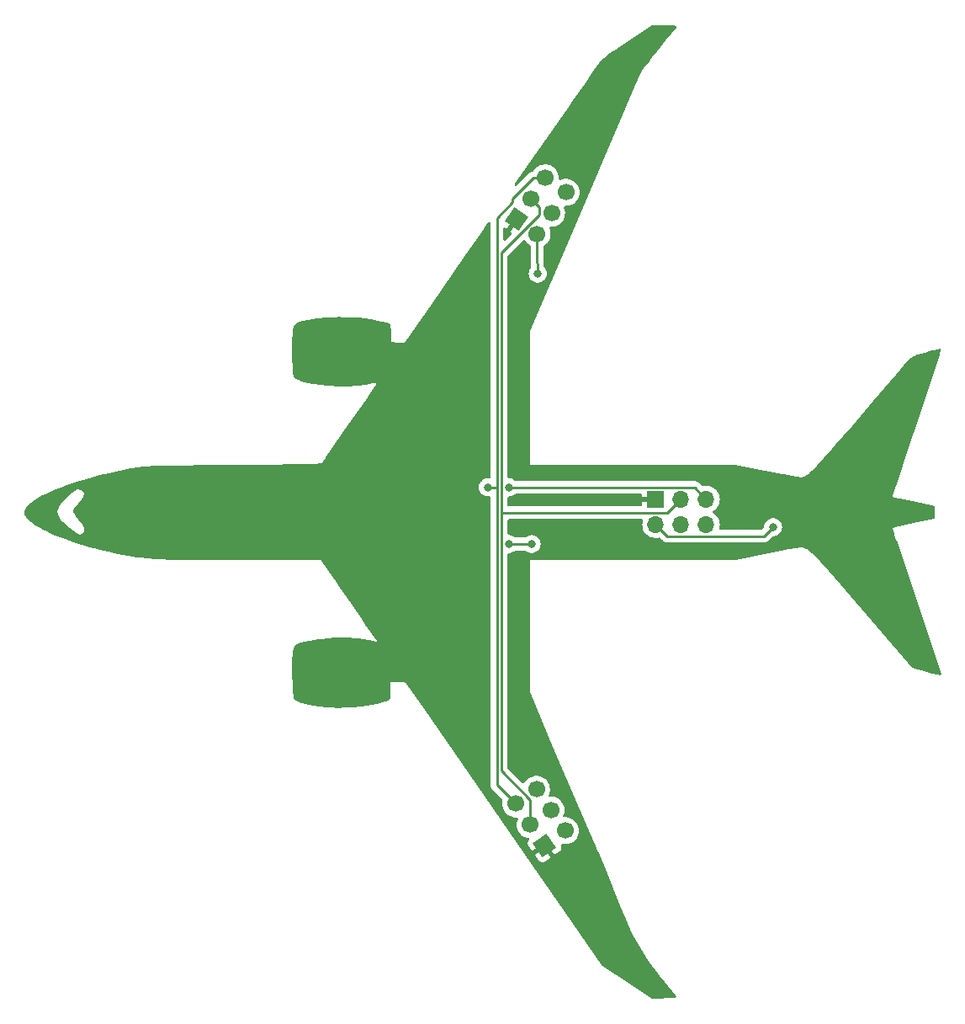
<source format=gbr>
G04 #@! TF.GenerationSoftware,KiCad,Pcbnew,(6.99.0-2452-gdb4f2d9dd8)*
G04 #@! TF.CreationDate,2022-07-21T12:57:02-08:00*
G04 #@! TF.ProjectId,787,3738372e-6b69-4636-9164-5f7063625858,rev?*
G04 #@! TF.SameCoordinates,Original*
G04 #@! TF.FileFunction,Copper,L1,Top*
G04 #@! TF.FilePolarity,Positive*
%FSLAX46Y46*%
G04 Gerber Fmt 4.6, Leading zero omitted, Abs format (unit mm)*
G04 Created by KiCad (PCBNEW (6.99.0-2452-gdb4f2d9dd8)) date 2022-07-21 12:57:02*
%MOMM*%
%LPD*%
G01*
G04 APERTURE LIST*
G04 Aperture macros list*
%AMHorizOval*
0 Thick line with rounded ends*
0 $1 width*
0 $2 $3 position (X,Y) of the first rounded end (center of the circle)*
0 $4 $5 position (X,Y) of the second rounded end (center of the circle)*
0 Add line between two ends*
20,1,$1,$2,$3,$4,$5,0*
0 Add two circle primitives to create the rounded ends*
1,1,$1,$2,$3*
1,1,$1,$4,$5*%
%AMRotRect*
0 Rectangle, with rotation*
0 The origin of the aperture is its center*
0 $1 length*
0 $2 width*
0 $3 Rotation angle, in degrees counterclockwise*
0 Add horizontal line*
21,1,$1,$2,0,0,$3*%
G04 Aperture macros list end*
G04 #@! TA.AperFunction,ComponentPad*
%ADD10RotRect,1.700000X1.700000X145.000000*%
G04 #@! TD*
G04 #@! TA.AperFunction,ComponentPad*
%ADD11HorizOval,1.700000X0.000000X0.000000X0.000000X0.000000X0*%
G04 #@! TD*
G04 #@! TA.AperFunction,ComponentPad*
%ADD12RotRect,1.700000X1.700000X215.000000*%
G04 #@! TD*
G04 #@! TA.AperFunction,ComponentPad*
%ADD13HorizOval,1.700000X0.000000X0.000000X0.000000X0.000000X0*%
G04 #@! TD*
G04 #@! TA.AperFunction,ComponentPad*
%ADD14R,1.700000X1.700000*%
G04 #@! TD*
G04 #@! TA.AperFunction,ComponentPad*
%ADD15O,1.700000X1.700000*%
G04 #@! TD*
G04 #@! TA.AperFunction,ViaPad*
%ADD16C,0.800000*%
G04 #@! TD*
G04 #@! TA.AperFunction,Conductor*
%ADD17C,0.254000*%
G04 #@! TD*
G04 APERTURE END LIST*
D10*
X91569702Y-85352203D03*
D11*
X93650348Y-86809087D03*
X93026586Y-83271557D03*
X95107232Y-84728441D03*
X94483470Y-81190911D03*
X96564116Y-82647795D03*
D12*
X94416560Y-148280645D03*
D13*
X96497206Y-146823761D03*
X92959676Y-146199999D03*
X95040322Y-144743115D03*
X91502792Y-144119353D03*
X93583438Y-142662468D03*
D14*
X105599999Y-113499999D03*
D15*
X105599999Y-116039999D03*
X108139999Y-113499999D03*
X108139999Y-116039999D03*
X110679999Y-113499999D03*
X110679999Y-116039999D03*
D16*
X93713714Y-90813714D03*
X117400000Y-116300000D03*
X86700000Y-98000000D03*
X117400000Y-111600000D03*
X90800000Y-112300000D03*
X88700000Y-112300000D03*
X93100000Y-118000000D03*
X90800000Y-118000000D03*
D17*
X105600000Y-116040000D02*
X106777000Y-117217000D01*
X93650349Y-86809088D02*
X93650349Y-89750349D01*
X93700000Y-89800000D02*
X93700000Y-90800000D01*
X106777000Y-117217000D02*
X116483000Y-117217000D01*
X93700000Y-90800000D02*
X93713714Y-90813714D01*
X93650349Y-89750349D02*
X93700000Y-89800000D01*
X116483000Y-117217000D02*
X117400000Y-116300000D01*
X86700000Y-98000000D02*
X86700000Y-96200000D01*
X93876587Y-84121558D02*
X93026587Y-83271558D01*
X92959677Y-143703237D02*
X90054000Y-140797560D01*
X92959677Y-146200000D02*
X92959677Y-143703237D01*
X93876587Y-84918320D02*
X93876587Y-84121558D01*
X108140000Y-113500000D02*
X106777000Y-114863000D01*
X90054000Y-88740907D02*
X93876587Y-84918320D01*
X106777000Y-114863000D02*
X90071000Y-114863000D01*
X90071000Y-114863000D02*
X90054000Y-114846000D01*
X90054000Y-140797560D02*
X90054000Y-114846000D01*
X90054000Y-114846000D02*
X90054000Y-88740907D01*
X91200000Y-83272302D02*
X93281390Y-81190912D01*
X89600000Y-142216561D02*
X89600000Y-112300000D01*
X91502793Y-144119354D02*
X89600000Y-142216561D01*
X109503000Y-112323000D02*
X90823000Y-112323000D01*
X89600000Y-85200000D02*
X91200000Y-83600000D01*
X91200000Y-83600000D02*
X91200000Y-83272302D01*
X90823000Y-112323000D02*
X90800000Y-112300000D01*
X93281390Y-81190912D02*
X94483471Y-81190912D01*
X110680000Y-113500000D02*
X109503000Y-112323000D01*
X88700000Y-112300000D02*
X89600000Y-112300000D01*
X89600000Y-112300000D02*
X89600000Y-85200000D01*
X93100000Y-118000000D02*
X90800000Y-118000000D01*
G04 #@! TA.AperFunction,Conductor*
G36*
X106542793Y-65852556D02*
G01*
X106731934Y-65853789D01*
X106840502Y-65854497D01*
X106842790Y-65854534D01*
X107096257Y-65860913D01*
X107099536Y-65861039D01*
X107308669Y-65871792D01*
X107313578Y-65872142D01*
X107478565Y-65887155D01*
X107484202Y-65887797D01*
X107547697Y-65896488D01*
X107553087Y-65897346D01*
X107574528Y-65901238D01*
X107637978Y-65933088D01*
X107674137Y-65994187D01*
X107671523Y-66065136D01*
X107650937Y-66103253D01*
X107563783Y-66213724D01*
X107562898Y-66214834D01*
X107165271Y-66707327D01*
X107164790Y-66707919D01*
X106598316Y-67400918D01*
X106598062Y-67401228D01*
X106047893Y-68069042D01*
X105922497Y-68221252D01*
X105922431Y-68221332D01*
X105696948Y-68496601D01*
X105572636Y-68648361D01*
X105572358Y-68648133D01*
X105572241Y-68648299D01*
X105572511Y-68648516D01*
X105238773Y-69063439D01*
X105237815Y-69062669D01*
X105237675Y-69062825D01*
X105238649Y-69063594D01*
X104928747Y-69456214D01*
X104926895Y-69454752D01*
X104926884Y-69454764D01*
X104928745Y-69456215D01*
X104928699Y-69456274D01*
X104928626Y-69456367D01*
X104926767Y-69454907D01*
X104926753Y-69454924D01*
X104928625Y-69456370D01*
X104650403Y-69816410D01*
X104647704Y-69814325D01*
X104647563Y-69814520D01*
X104650283Y-69816567D01*
X104411577Y-70133756D01*
X104410280Y-70132780D01*
X104410263Y-70132804D01*
X104411573Y-70133759D01*
X104411511Y-70133844D01*
X104411461Y-70133911D01*
X104410165Y-70132944D01*
X104410150Y-70132966D01*
X104411460Y-70133915D01*
X104220113Y-70397985D01*
X104218532Y-70396839D01*
X104218500Y-70396884D01*
X104220107Y-70397989D01*
X104220063Y-70398053D01*
X104220002Y-70398138D01*
X104218419Y-70397002D01*
X104218385Y-70397051D01*
X104220000Y-70398147D01*
X104083920Y-70598712D01*
X104083848Y-70598819D01*
X104083838Y-70598826D01*
X104083791Y-70598903D01*
X104083744Y-70598972D01*
X104083699Y-70598942D01*
X104083693Y-70598953D01*
X104083742Y-70598983D01*
X104038856Y-70672265D01*
X104038155Y-70671836D01*
X104038121Y-70671896D01*
X104038843Y-70672276D01*
X104038803Y-70672352D01*
X104038762Y-70672419D01*
X104038065Y-70671992D01*
X104038031Y-70672052D01*
X104038759Y-70672435D01*
X104010602Y-70726018D01*
X104010124Y-70725767D01*
X104010019Y-70725981D01*
X104010517Y-70726195D01*
X103516482Y-71872279D01*
X103511942Y-71870322D01*
X103511935Y-71870344D01*
X103516481Y-71872280D01*
X102594534Y-74036570D01*
X97157522Y-86743058D01*
X97157522Y-86743059D01*
X92947175Y-96560008D01*
X92947172Y-96560009D01*
X92947104Y-96560175D01*
X92947056Y-96560286D01*
X92947056Y-96560291D01*
X92947055Y-96560293D01*
X92947055Y-96560363D01*
X92947052Y-96560593D01*
X92947055Y-96560596D01*
X92947055Y-110014966D01*
X92947014Y-110015065D01*
X92947055Y-110015164D01*
X92947172Y-110015448D01*
X92947555Y-110015606D01*
X92947654Y-110015565D01*
X113574880Y-110015565D01*
X113600149Y-110018125D01*
X114044932Y-110109174D01*
X116532553Y-110618400D01*
X116647411Y-110641912D01*
X116647412Y-110641912D01*
X116647485Y-110641927D01*
X116647604Y-110641951D01*
X116647605Y-110641951D01*
X117865676Y-110886247D01*
X117864825Y-110890488D01*
X117864866Y-110890500D01*
X117865681Y-110886246D01*
X118920035Y-111088327D01*
X118920021Y-111088402D01*
X118920024Y-111088402D01*
X118920037Y-111088328D01*
X118920116Y-111088342D01*
X118920107Y-111088391D01*
X118920275Y-111088370D01*
X119692785Y-111226299D01*
X119698195Y-111227265D01*
X119697853Y-111229178D01*
X119697891Y-111229185D01*
X119698200Y-111227268D01*
X119698293Y-111227283D01*
X119698385Y-111227299D01*
X119698052Y-111229212D01*
X119698089Y-111229218D01*
X119698390Y-111227298D01*
X119948370Y-111266481D01*
X119948357Y-111266567D01*
X119948550Y-111266648D01*
X119948566Y-111266508D01*
X120087142Y-111282029D01*
X120087074Y-111282633D01*
X120087145Y-111282639D01*
X120087161Y-111282038D01*
X120087235Y-111282040D01*
X120087316Y-111282049D01*
X120087250Y-111282647D01*
X120087322Y-111282653D01*
X120087338Y-111282043D01*
X120155475Y-111283784D01*
X120155435Y-111285340D01*
X120155501Y-111285340D01*
X120155485Y-111283788D01*
X120155585Y-111283787D01*
X120155665Y-111283789D01*
X120155626Y-111285341D01*
X120155689Y-111285342D01*
X120155673Y-111283786D01*
X120221635Y-111283102D01*
X120221646Y-111284122D01*
X120221717Y-111284120D01*
X120221650Y-111283107D01*
X120221741Y-111283101D01*
X120221820Y-111283100D01*
X120221833Y-111284116D01*
X120221902Y-111284114D01*
X120221833Y-111283095D01*
X120286905Y-111278675D01*
X120286945Y-111279265D01*
X120287185Y-111279241D01*
X120287100Y-111278655D01*
X120352551Y-111269189D01*
X120352592Y-111269470D01*
X120352810Y-111269427D01*
X120352745Y-111269151D01*
X120419832Y-111253326D01*
X120419986Y-111253979D01*
X120420064Y-111253957D01*
X120419857Y-111253328D01*
X120419933Y-111253303D01*
X120420003Y-111253286D01*
X120420159Y-111253930D01*
X120420234Y-111253909D01*
X120420021Y-111253273D01*
X120489854Y-111229828D01*
X120490021Y-111229772D01*
X120490043Y-111229772D01*
X120490111Y-111229742D01*
X120490186Y-111229717D01*
X120490209Y-111229713D01*
X120490204Y-111229702D01*
X120564376Y-111197215D01*
X120564549Y-111197611D01*
X120564758Y-111197511D01*
X120564553Y-111197129D01*
X120644167Y-111154343D01*
X120644564Y-111155082D01*
X120644626Y-111155046D01*
X120644184Y-111154340D01*
X120644251Y-111154298D01*
X120644325Y-111154258D01*
X120644721Y-111154991D01*
X120644785Y-111154954D01*
X120644337Y-111154244D01*
X120730658Y-111099841D01*
X120731297Y-111100855D01*
X120731364Y-111100812D01*
X120730673Y-111099838D01*
X120730742Y-111099789D01*
X120730813Y-111099744D01*
X120731453Y-111100754D01*
X120731520Y-111100710D01*
X120730822Y-111099732D01*
X120825123Y-111032399D01*
X120825796Y-111033341D01*
X120825997Y-111033191D01*
X120825280Y-111032281D01*
X120928824Y-110950702D01*
X120929769Y-110951901D01*
X120929817Y-110951862D01*
X120928835Y-110950698D01*
X120928918Y-110950628D01*
X120928973Y-110950584D01*
X120929924Y-110951773D01*
X120929966Y-110951738D01*
X120928977Y-110950577D01*
X121043037Y-110853434D01*
X121044462Y-110855107D01*
X121044514Y-110855063D01*
X121043044Y-110853432D01*
X121043105Y-110853377D01*
X121043181Y-110853312D01*
X121044609Y-110854982D01*
X121044663Y-110854936D01*
X121043185Y-110853304D01*
X121169028Y-110739285D01*
X121170159Y-110740533D01*
X121170193Y-110740502D01*
X121169033Y-110739283D01*
X121169094Y-110739225D01*
X121169169Y-110739157D01*
X121170299Y-110740404D01*
X121170334Y-110740372D01*
X121169172Y-110739151D01*
X121308064Y-110606939D01*
X121309657Y-110608613D01*
X121309689Y-110608582D01*
X121308069Y-110606937D01*
X121308134Y-110606873D01*
X121308204Y-110606806D01*
X121309799Y-110608473D01*
X121309831Y-110608442D01*
X121308206Y-110606801D01*
X121461417Y-110455083D01*
X121462796Y-110456475D01*
X121462951Y-110456308D01*
X121461556Y-110454943D01*
X121630354Y-110282402D01*
X121632852Y-110284846D01*
X121632881Y-110284805D01*
X121630359Y-110282400D01*
X121816144Y-110087582D01*
X121819241Y-110090536D01*
X121819270Y-110090496D01*
X121816148Y-110087580D01*
X122020059Y-109869307D01*
X122020233Y-109869470D01*
X122020338Y-109869294D01*
X122020193Y-109869161D01*
X122020826Y-109868472D01*
X122243360Y-109626268D01*
X122246790Y-109629420D01*
X122246810Y-109629392D01*
X122243362Y-109626267D01*
X122487452Y-109357001D01*
X122490075Y-109359379D01*
X122490092Y-109359365D01*
X122487453Y-109356999D01*
X122753207Y-109060631D01*
X122756878Y-109063923D01*
X122756891Y-109063903D01*
X122753209Y-109060630D01*
X123042290Y-108735406D01*
X123042695Y-108735766D01*
X123042697Y-108735762D01*
X123042291Y-108735405D01*
X123042357Y-108735330D01*
X123042421Y-108735258D01*
X123042806Y-108735601D01*
X123042808Y-108735598D01*
X123042421Y-108735257D01*
X123695243Y-107993425D01*
X123697839Y-107995710D01*
X123697853Y-107995698D01*
X123695244Y-107993423D01*
X124456065Y-107120988D01*
X124459835Y-107124276D01*
X124459845Y-107124265D01*
X124456065Y-107120987D01*
X125335033Y-106107437D01*
X125338833Y-106110733D01*
X125338840Y-106110725D01*
X125335033Y-106107436D01*
X127487992Y-103614945D01*
X127491815Y-103618247D01*
X127491820Y-103618241D01*
X127487992Y-103614944D01*
X129781065Y-100952645D01*
X129784839Y-100955896D01*
X129784850Y-100955882D01*
X129781065Y-100952644D01*
X130956235Y-99579081D01*
X130956552Y-99578711D01*
X131014658Y-99511324D01*
X131018296Y-99507285D01*
X131034810Y-99489725D01*
X131075316Y-99446655D01*
X131078694Y-99443200D01*
X131106561Y-99415775D01*
X131109159Y-99413290D01*
X131137987Y-99386495D01*
X131140812Y-99383948D01*
X131170333Y-99358125D01*
X131173318Y-99355595D01*
X131203690Y-99330666D01*
X131206811Y-99328185D01*
X131238282Y-99303999D01*
X131241508Y-99301601D01*
X131274314Y-99278029D01*
X131277616Y-99275736D01*
X131311915Y-99252714D01*
X131315198Y-99250584D01*
X131351360Y-99227908D01*
X131354581Y-99225954D01*
X131392743Y-99203585D01*
X131395800Y-99201851D01*
X131436315Y-99179625D01*
X131439231Y-99178076D01*
X131482207Y-99155972D01*
X131485005Y-99154576D01*
X131485332Y-99154418D01*
X131529995Y-99132831D01*
X131533799Y-99131071D01*
X131634602Y-99086453D01*
X131638993Y-99084608D01*
X131752080Y-99039584D01*
X131755668Y-99038218D01*
X131883304Y-98991855D01*
X131886158Y-98990857D01*
X132029582Y-98942621D01*
X132031793Y-98941900D01*
X132192621Y-98891096D01*
X132194300Y-98890579D01*
X132291109Y-98861476D01*
X132373583Y-98836682D01*
X132374718Y-98836347D01*
X132450568Y-98814391D01*
X132574184Y-98778608D01*
X132575069Y-98778355D01*
X132700554Y-98743022D01*
X132795659Y-98716243D01*
X132796599Y-98715983D01*
X132799744Y-98715126D01*
X132862233Y-98698095D01*
X133090214Y-98635959D01*
X133091611Y-98635587D01*
X133116768Y-98629040D01*
X133367904Y-98563681D01*
X133369351Y-98563314D01*
X133622103Y-98500892D01*
X133623902Y-98500462D01*
X133846510Y-98448985D01*
X133848871Y-98448464D01*
X134034526Y-98409406D01*
X134038377Y-98408658D01*
X134153147Y-98388237D01*
X134223718Y-98395997D01*
X134278892Y-98440678D01*
X134301150Y-98508095D01*
X134298272Y-98539384D01*
X134297910Y-98541028D01*
X134295986Y-98548629D01*
X134213412Y-98836698D01*
X134162340Y-99014867D01*
X134161417Y-99017938D01*
X133911203Y-99813780D01*
X133910795Y-99815054D01*
X133538757Y-100955896D01*
X133536870Y-100961681D01*
X133536623Y-100962430D01*
X133079439Y-102329768D01*
X132387379Y-104399570D01*
X132387206Y-104400084D01*
X130652334Y-109515368D01*
X130652296Y-109515481D01*
X130652230Y-109515675D01*
X130239461Y-110739283D01*
X130166995Y-110954100D01*
X130163796Y-110953021D01*
X130163791Y-110953046D01*
X130166993Y-110954103D01*
X129775792Y-112138802D01*
X129772241Y-112137629D01*
X129772221Y-112137671D01*
X129775792Y-112138807D01*
X129518828Y-112946230D01*
X129517363Y-112945764D01*
X129517350Y-112945803D01*
X129518823Y-112946236D01*
X129518788Y-112946355D01*
X129518769Y-112946415D01*
X129517301Y-112945950D01*
X129517289Y-112945985D01*
X129518769Y-112946419D01*
X129453074Y-113170384D01*
X129452643Y-113170258D01*
X129452584Y-113170484D01*
X129453026Y-113170575D01*
X129435820Y-113254282D01*
X129435764Y-113254355D01*
X129435780Y-113254476D01*
X129435777Y-113254490D01*
X129435792Y-113254569D01*
X129435818Y-113254765D01*
X129435832Y-113254776D01*
X129435835Y-113254792D01*
X129435990Y-113254897D01*
X129436062Y-113254952D01*
X129436078Y-113254956D01*
X129436178Y-113255024D01*
X129436268Y-113255007D01*
X129449536Y-113258548D01*
X129449537Y-113258548D01*
X129620614Y-113304199D01*
X129620244Y-113305584D01*
X129620488Y-113305640D01*
X129620806Y-113304245D01*
X130084337Y-113410009D01*
X130083917Y-113411850D01*
X130083933Y-113411855D01*
X130084339Y-113410011D01*
X130084439Y-113410033D01*
X130084528Y-113410053D01*
X130084110Y-113411911D01*
X130084127Y-113411916D01*
X130084531Y-113410053D01*
X131483761Y-113713517D01*
X131482780Y-113718042D01*
X131482818Y-113718053D01*
X131483765Y-113713516D01*
X132902347Y-114009702D01*
X132901805Y-114012298D01*
X132901807Y-114012298D01*
X132902348Y-114009702D01*
X132902372Y-114009707D01*
X132902536Y-114009741D01*
X132901990Y-114012373D01*
X132902016Y-114012384D01*
X132902540Y-114009740D01*
X133390497Y-114106460D01*
X133390111Y-114108409D01*
X133390364Y-114108454D01*
X133390691Y-114106495D01*
X133536983Y-114130957D01*
X133600872Y-114161920D01*
X133637880Y-114222509D01*
X133640725Y-114235987D01*
X133643697Y-114255217D01*
X133644191Y-114258746D01*
X133648082Y-114289701D01*
X133648624Y-114294015D01*
X133648938Y-114296750D01*
X133653150Y-114337423D01*
X133653360Y-114339648D01*
X133657244Y-114384987D01*
X133657389Y-114386844D01*
X133660762Y-114434656D01*
X133660894Y-114436534D01*
X133660996Y-114438136D01*
X133662772Y-114469089D01*
X133664066Y-114491646D01*
X133664135Y-114492984D01*
X133666732Y-114549993D01*
X133666783Y-114551274D01*
X133668856Y-114611064D01*
X133668895Y-114612361D01*
X133670420Y-114674961D01*
X133670444Y-114676206D01*
X133671383Y-114741054D01*
X133671395Y-114742236D01*
X133671568Y-114778516D01*
X133671716Y-114809432D01*
X133671717Y-114810034D01*
X133671717Y-115373767D01*
X133651715Y-115441888D01*
X133598059Y-115488381D01*
X133571540Y-115497092D01*
X131581413Y-115913810D01*
X131580839Y-115911069D01*
X131580828Y-115911073D01*
X131581410Y-115913810D01*
X130766106Y-116087292D01*
X130765352Y-116083751D01*
X130765324Y-116083761D01*
X130766102Y-116087291D01*
X130091788Y-116236001D01*
X130091647Y-116235364D01*
X130091447Y-116235410D01*
X130091595Y-116236045D01*
X129628521Y-116344124D01*
X129628132Y-116342456D01*
X129627899Y-116342515D01*
X129628329Y-116344171D01*
X129497902Y-116378027D01*
X129497724Y-116377342D01*
X129497654Y-116377363D01*
X129497881Y-116378026D01*
X129497802Y-116378053D01*
X129497730Y-116378072D01*
X129497551Y-116377394D01*
X129497484Y-116377415D01*
X129497715Y-116378083D01*
X129446304Y-116395853D01*
X129446174Y-116395856D01*
X129446043Y-116395993D01*
X129445905Y-116396115D01*
X129445898Y-116396243D01*
X129444314Y-116400298D01*
X129444280Y-116400372D01*
X129444279Y-116400386D01*
X129444274Y-116400400D01*
X129444276Y-116400484D01*
X129443976Y-116408203D01*
X129443965Y-116408243D01*
X129443972Y-116408302D01*
X129443970Y-116408359D01*
X129443984Y-116408398D01*
X129445972Y-116424569D01*
X129447183Y-116434418D01*
X129446653Y-116434483D01*
X129446663Y-116434546D01*
X129447179Y-116434440D01*
X129447196Y-116434523D01*
X129447205Y-116434596D01*
X129446681Y-116434661D01*
X129446691Y-116434720D01*
X129447214Y-116434613D01*
X129455297Y-116474081D01*
X129454167Y-116474313D01*
X129454222Y-116474547D01*
X129455341Y-116474274D01*
X129468083Y-116526445D01*
X129468081Y-116526446D01*
X129468082Y-116526451D01*
X129468082Y-116526453D01*
X129468106Y-116526539D01*
X129468128Y-116526630D01*
X129468133Y-116526636D01*
X129468191Y-116526847D01*
X129483294Y-116581500D01*
X129506723Y-116666282D01*
X129506723Y-116666285D01*
X129506739Y-116666338D01*
X129506774Y-116666465D01*
X129505388Y-116666847D01*
X129505400Y-116666885D01*
X129506779Y-116666471D01*
X129561235Y-116847902D01*
X129559193Y-116848515D01*
X129559204Y-116848545D01*
X129561235Y-116847907D01*
X129561278Y-116848044D01*
X129561292Y-116848090D01*
X129559262Y-116848708D01*
X129559270Y-116848729D01*
X129561293Y-116848091D01*
X129629754Y-117065268D01*
X129627664Y-117065927D01*
X129627672Y-117065949D01*
X129629754Y-117065271D01*
X129629783Y-117065360D01*
X129629813Y-117065455D01*
X129627732Y-117066112D01*
X129627740Y-117066134D01*
X129629815Y-117065457D01*
X129710475Y-117312513D01*
X129706066Y-117313952D01*
X129706077Y-117313994D01*
X129710478Y-117312516D01*
X129801411Y-117583216D01*
X129798208Y-117584292D01*
X129798213Y-117584322D01*
X129801413Y-117583219D01*
X129900672Y-117871272D01*
X129900836Y-117871751D01*
X132586156Y-125767453D01*
X132586394Y-125768161D01*
X133833050Y-129506312D01*
X133833521Y-129507752D01*
X134031482Y-130126020D01*
X134312982Y-131005193D01*
X134315614Y-131013414D01*
X134317337Y-131084390D01*
X134280414Y-131145030D01*
X134216568Y-131176082D01*
X134182540Y-131177156D01*
X134133062Y-131171994D01*
X134128271Y-131171401D01*
X134052380Y-131160530D01*
X134048843Y-131159972D01*
X133965023Y-131145524D01*
X133960757Y-131144789D01*
X133958022Y-131144286D01*
X133858438Y-131124847D01*
X133856244Y-131124398D01*
X133749550Y-131101595D01*
X133745734Y-131100779D01*
X133743985Y-131100392D01*
X133622971Y-131072654D01*
X133621559Y-131072321D01*
X133490303Y-131040496D01*
X133489074Y-131040191D01*
X133348113Y-131004380D01*
X133347011Y-131004094D01*
X133196637Y-130964344D01*
X133195808Y-130964120D01*
X133036630Y-130920565D01*
X133035755Y-130920322D01*
X132984960Y-130905991D01*
X132867450Y-130872838D01*
X132867475Y-130872750D01*
X132867001Y-130872722D01*
X131410956Y-130456130D01*
X131350123Y-130417194D01*
X130956357Y-129959774D01*
X127821746Y-126318447D01*
X127824331Y-126316222D01*
X127824325Y-126316218D01*
X127821745Y-126318445D01*
X124185732Y-122106263D01*
X124189066Y-122103385D01*
X124189048Y-122103361D01*
X124185730Y-122106262D01*
X122995391Y-120744519D01*
X122996070Y-120743925D01*
X122996065Y-120743915D01*
X122995390Y-120744515D01*
X122995262Y-120744371D01*
X122995974Y-120743738D01*
X122995973Y-120743734D01*
X122995261Y-120744370D01*
X122133247Y-119779958D01*
X122134577Y-119778769D01*
X122134549Y-119778739D01*
X122133245Y-119779953D01*
X122133191Y-119779895D01*
X122133120Y-119779816D01*
X122134445Y-119778625D01*
X122134416Y-119778593D01*
X122133114Y-119779813D01*
X121531934Y-119138674D01*
X121532686Y-119137969D01*
X121532510Y-119137792D01*
X121531796Y-119138534D01*
X121338721Y-118952989D01*
X121123949Y-118746593D01*
X121123973Y-118746568D01*
X121123950Y-118746549D01*
X121123935Y-118746569D01*
X121123879Y-118746526D01*
X121123827Y-118746476D01*
X121123845Y-118746458D01*
X121123821Y-118746437D01*
X121123800Y-118746465D01*
X121118079Y-118742067D01*
X120841794Y-118529658D01*
X120841765Y-118529624D01*
X120841718Y-118529600D01*
X120841673Y-118529565D01*
X120841627Y-118529553D01*
X120830443Y-118523766D01*
X120830442Y-118523765D01*
X120750816Y-118482562D01*
X120621959Y-118415885D01*
X120621954Y-118415882D01*
X120618178Y-118413928D01*
X120618167Y-118413923D01*
X120617995Y-118413834D01*
X120617973Y-118413813D01*
X120617907Y-118413788D01*
X120617845Y-118413756D01*
X120617816Y-118413753D01*
X120607186Y-118409737D01*
X120607185Y-118409736D01*
X120588267Y-118402589D01*
X120588681Y-118401494D01*
X120588602Y-118401467D01*
X120588256Y-118402580D01*
X120588182Y-118402557D01*
X120588097Y-118402525D01*
X120588507Y-118401436D01*
X120588425Y-118401408D01*
X120588080Y-118402526D01*
X120556272Y-118392696D01*
X120556610Y-118391601D01*
X120556537Y-118391580D01*
X120556260Y-118392687D01*
X120556180Y-118392667D01*
X120556098Y-118392642D01*
X120556431Y-118391549D01*
X120556357Y-118391528D01*
X120556083Y-118392643D01*
X120521677Y-118384190D01*
X120522008Y-118382841D01*
X120521928Y-118382823D01*
X120521665Y-118384182D01*
X120521577Y-118384165D01*
X120521498Y-118384146D01*
X120521822Y-118382800D01*
X120521742Y-118382782D01*
X120521485Y-118384148D01*
X120484158Y-118377117D01*
X120484369Y-118375998D01*
X120484117Y-118375960D01*
X120483963Y-118377086D01*
X120443393Y-118371527D01*
X120443578Y-118370179D01*
X120443512Y-118370172D01*
X120443383Y-118371522D01*
X120443299Y-118371514D01*
X120443209Y-118371502D01*
X120443388Y-118370158D01*
X120443321Y-118370150D01*
X120443197Y-118371505D01*
X120399055Y-118367465D01*
X120399127Y-118366676D01*
X120398885Y-118366663D01*
X120398859Y-118367454D01*
X120298403Y-118364120D01*
X120298429Y-118363348D01*
X120298184Y-118363347D01*
X120298206Y-118364119D01*
X120179592Y-118367451D01*
X120179557Y-118366193D01*
X120179302Y-118366207D01*
X120179395Y-118367461D01*
X120040051Y-118377839D01*
X120039945Y-118376409D01*
X120039889Y-118376413D01*
X120040041Y-118377836D01*
X120039938Y-118377847D01*
X120039861Y-118377853D01*
X120039750Y-118376424D01*
X120039698Y-118376428D01*
X120039854Y-118377856D01*
X119877189Y-118395660D01*
X119876986Y-118393803D01*
X119876927Y-118393811D01*
X119877181Y-118395658D01*
X119877072Y-118395673D01*
X119876997Y-118395681D01*
X119876992Y-118395684D01*
X119876850Y-118395703D01*
X119768466Y-118410422D01*
X119688424Y-118421292D01*
X119688196Y-118419616D01*
X119687967Y-118419652D01*
X119688227Y-118421321D01*
X119471168Y-118455114D01*
X119471022Y-118454179D01*
X119471014Y-118454180D01*
X119471166Y-118455114D01*
X119471117Y-118455122D01*
X119470978Y-118455144D01*
X119470832Y-118454220D01*
X119470815Y-118454224D01*
X119470973Y-118455147D01*
X119222846Y-118497505D01*
X119222242Y-118493969D01*
X119222204Y-118493981D01*
X119222842Y-118497504D01*
X119222704Y-118497529D01*
X119222652Y-118497538D01*
X119222045Y-118494033D01*
X119222014Y-118494043D01*
X119222651Y-118497539D01*
X118940864Y-118548841D01*
X118940837Y-118548695D01*
X118940699Y-118548767D01*
X118940718Y-118548867D01*
X118940670Y-118548876D01*
X118940654Y-118548791D01*
X118940653Y-118548792D01*
X118940669Y-118548877D01*
X118622640Y-118609500D01*
X118622639Y-118609495D01*
X118622564Y-118609515D01*
X118622551Y-118609517D01*
X118622448Y-118609537D01*
X118621990Y-118607180D01*
X118621976Y-118607185D01*
X118622446Y-118609538D01*
X117867142Y-118760307D01*
X117867126Y-118760227D01*
X117866930Y-118760256D01*
X117866948Y-118760345D01*
X116935674Y-118952949D01*
X116935646Y-118952813D01*
X116935645Y-118952813D01*
X116935673Y-118952949D01*
X116935544Y-118952976D01*
X116935481Y-118952989D01*
X113708383Y-119627672D01*
X113636301Y-119642742D01*
X113610516Y-119645409D01*
X92947648Y-119645409D01*
X92947549Y-119645368D01*
X92947166Y-119645526D01*
X92947008Y-119645909D01*
X92947049Y-119646008D01*
X92947049Y-132938119D01*
X92947123Y-132938299D01*
X93328750Y-133874927D01*
X93420422Y-134099918D01*
X93418403Y-134100741D01*
X93418416Y-134100773D01*
X93420422Y-134099921D01*
X93420453Y-134099994D01*
X93420495Y-134100097D01*
X93418477Y-134100920D01*
X93418491Y-134100953D01*
X93420498Y-134100100D01*
X95265653Y-138441357D01*
X95262245Y-138442806D01*
X95262252Y-138442817D01*
X95265653Y-138441360D01*
X99037328Y-147247825D01*
X99034720Y-147248942D01*
X99034755Y-147249016D01*
X99037328Y-147247834D01*
X99037379Y-147247945D01*
X99037404Y-147248003D01*
X99034960Y-147249056D01*
X99034807Y-147249127D01*
X99034838Y-147249191D01*
X99037408Y-147248006D01*
X99465395Y-148176309D01*
X99466505Y-148178787D01*
X99509284Y-148277090D01*
X99757107Y-148846575D01*
X99869686Y-149105277D01*
X99870780Y-149107869D01*
X100627185Y-150957887D01*
X100627545Y-150958776D01*
X102086278Y-154605582D01*
X102084452Y-154606312D01*
X102084474Y-154606365D01*
X102086278Y-154605589D01*
X102086315Y-154605675D01*
X102086349Y-154605760D01*
X102084526Y-154606489D01*
X102084548Y-154606542D01*
X102086354Y-154605765D01*
X102470739Y-155498965D01*
X102468879Y-155499765D01*
X102468900Y-155499813D01*
X102470739Y-155498971D01*
X102470777Y-155499054D01*
X102470815Y-155499142D01*
X102470819Y-155499146D01*
X102470851Y-155499217D01*
X102873824Y-156382706D01*
X102872230Y-156383433D01*
X102872329Y-156383658D01*
X102873908Y-156382885D01*
X103300898Y-157255669D01*
X103300899Y-157255677D01*
X103300941Y-157255756D01*
X103300981Y-157255838D01*
X103300957Y-157255850D01*
X103300959Y-157255859D01*
X103300987Y-157255844D01*
X103757327Y-158116717D01*
X103755714Y-158117572D01*
X103755844Y-158117805D01*
X103757423Y-158116890D01*
X104248472Y-158964715D01*
X104247281Y-158965405D01*
X104247414Y-158965622D01*
X104248574Y-158964883D01*
X104779700Y-159798524D01*
X104778788Y-159799105D01*
X104778924Y-159799312D01*
X104779809Y-159798689D01*
X105191676Y-160383251D01*
X105356378Y-160617013D01*
X105356381Y-160617025D01*
X105356432Y-160617090D01*
X105356484Y-160617164D01*
X105355391Y-160617932D01*
X105355439Y-160617997D01*
X105356495Y-160617171D01*
X105983861Y-161419033D01*
X105982381Y-161420191D01*
X105982412Y-161420230D01*
X105983863Y-161419040D01*
X105983927Y-161419118D01*
X105983979Y-161419184D01*
X105982503Y-161420347D01*
X105982533Y-161420384D01*
X105983984Y-161419187D01*
X106489799Y-162032180D01*
X107622596Y-163405009D01*
X107650523Y-163470282D01*
X107638729Y-163540292D01*
X107590956Y-163592811D01*
X107529247Y-163611144D01*
X105248255Y-163680634D01*
X105175444Y-163660136D01*
X104992236Y-163540292D01*
X102686749Y-162032181D01*
X102686747Y-162032181D01*
X102686745Y-162032180D01*
X100185582Y-160396063D01*
X100150977Y-160362362D01*
X95753731Y-154013170D01*
X92469838Y-149271474D01*
X93454575Y-149271474D01*
X93457612Y-149278725D01*
X93817633Y-149792888D01*
X93821777Y-149798180D01*
X93854407Y-149835536D01*
X93866090Y-149845947D01*
X93972496Y-149919202D01*
X93988475Y-149927122D01*
X94110143Y-149967081D01*
X94127702Y-149970178D01*
X94255700Y-149974241D01*
X94273430Y-149972264D01*
X94398477Y-149939819D01*
X94413005Y-149934036D01*
X94456432Y-149910099D01*
X94462165Y-149906526D01*
X94972573Y-149549134D01*
X94982490Y-149536728D01*
X94982679Y-149534896D01*
X94979642Y-149527645D01*
X94364576Y-148649239D01*
X94352170Y-148639322D01*
X94350338Y-148639133D01*
X94343087Y-148642170D01*
X93464681Y-149257236D01*
X93454764Y-149269642D01*
X93454575Y-149271474D01*
X92469838Y-149271474D01*
X86006629Y-139939083D01*
X86008819Y-139937567D01*
X86008817Y-139937562D01*
X86006628Y-139939082D01*
X82185198Y-134437038D01*
X82189147Y-134434295D01*
X82189130Y-134434269D01*
X82185196Y-134437037D01*
X80494682Y-132034142D01*
X80494679Y-132034139D01*
X80490483Y-132028174D01*
X80490472Y-132028143D01*
X80490427Y-132028095D01*
X80490389Y-132028040D01*
X80490360Y-132028022D01*
X80478078Y-132014686D01*
X80478768Y-132014051D01*
X80478636Y-132013834D01*
X80477940Y-132014545D01*
X80464919Y-132001805D01*
X80465590Y-132001120D01*
X80465409Y-132000951D01*
X80464774Y-132001671D01*
X80450977Y-131989507D01*
X80451723Y-131988661D01*
X80451667Y-131988615D01*
X80450970Y-131989495D01*
X80450898Y-131989438D01*
X80450837Y-131989384D01*
X80450825Y-131989380D01*
X80436230Y-131977790D01*
X80437005Y-131976814D01*
X80436926Y-131976792D01*
X80436221Y-131977776D01*
X80436140Y-131977718D01*
X80436082Y-131977672D01*
X80436816Y-131976746D01*
X80436763Y-131976701D01*
X80436071Y-131977669D01*
X80420654Y-131966643D01*
X80421528Y-131965421D01*
X80421482Y-131965330D01*
X80420646Y-131966631D01*
X80420562Y-131966577D01*
X80421424Y-131965235D01*
X80421355Y-131965189D01*
X80420491Y-131966532D01*
X80404232Y-131956068D01*
X80405030Y-131954828D01*
X80404836Y-131954707D01*
X80404799Y-131954694D01*
X80404064Y-131955965D01*
X80386944Y-131946062D01*
X80387557Y-131945003D01*
X80387338Y-131944878D01*
X80386772Y-131945967D01*
X80368772Y-131936622D01*
X80369352Y-131935504D01*
X80369128Y-131935391D01*
X80368596Y-131936534D01*
X80349687Y-131927739D01*
X80350460Y-131926078D01*
X80350387Y-131926047D01*
X80349679Y-131927731D01*
X80349591Y-131927694D01*
X80349517Y-131927660D01*
X80350279Y-131926001D01*
X80350209Y-131925971D01*
X80349507Y-131927660D01*
X80329673Y-131919413D01*
X80330181Y-131918190D01*
X80330129Y-131918171D01*
X80329667Y-131919408D01*
X80329600Y-131919383D01*
X80329501Y-131919342D01*
X80330005Y-131918124D01*
X80329948Y-131918102D01*
X80329489Y-131919342D01*
X80308711Y-131911642D01*
X80309189Y-131910353D01*
X80309133Y-131910333D01*
X80308704Y-131911636D01*
X80308616Y-131911607D01*
X80308535Y-131911577D01*
X80309012Y-131910289D01*
X80308956Y-131910269D01*
X80308526Y-131911577D01*
X80286778Y-131904418D01*
X80287346Y-131902692D01*
X80287282Y-131902674D01*
X80286770Y-131904412D01*
X80286675Y-131904384D01*
X80286598Y-131904359D01*
X80287157Y-131902638D01*
X80287096Y-131902621D01*
X80286590Y-131904360D01*
X80263851Y-131897739D01*
X80264417Y-131895795D01*
X80264352Y-131895776D01*
X80263845Y-131897734D01*
X80263760Y-131897712D01*
X80263670Y-131897686D01*
X80264232Y-131895742D01*
X80264164Y-131895723D01*
X80263661Y-131897687D01*
X80239909Y-131891600D01*
X80240275Y-131890172D01*
X80240202Y-131890155D01*
X80239900Y-131891594D01*
X80239819Y-131891577D01*
X80239729Y-131891554D01*
X80240093Y-131890131D01*
X80240018Y-131890114D01*
X80239717Y-131891556D01*
X80188914Y-131880933D01*
X80189175Y-131879686D01*
X80188915Y-131879639D01*
X80188720Y-131880898D01*
X80133612Y-131872380D01*
X80133820Y-131871034D01*
X80133754Y-131871026D01*
X80133602Y-131872375D01*
X80133522Y-131872366D01*
X80133429Y-131872352D01*
X80133631Y-131871011D01*
X80133563Y-131871003D01*
X80133417Y-131872355D01*
X80073840Y-131865914D01*
X80074010Y-131864341D01*
X80073947Y-131864335D01*
X80073832Y-131865910D01*
X80073750Y-131865904D01*
X80073654Y-131865894D01*
X80073818Y-131864323D01*
X80073751Y-131864317D01*
X80073643Y-131865897D01*
X80009428Y-131861502D01*
X80009528Y-131860043D01*
X80009281Y-131860026D01*
X80009231Y-131861492D01*
X79940212Y-131859117D01*
X79940278Y-131857203D01*
X79940024Y-131857194D01*
X79940014Y-131859113D01*
X79866019Y-131858723D01*
X79866028Y-131856928D01*
X79865786Y-131856930D01*
X79865822Y-131858725D01*
X79786688Y-131860293D01*
X79786654Y-131858565D01*
X79786616Y-131858566D01*
X79786682Y-131860291D01*
X79786577Y-131860295D01*
X79786494Y-131860297D01*
X79786452Y-131858571D01*
X79786417Y-131858572D01*
X79786489Y-131860299D01*
X79702043Y-131863797D01*
X79701928Y-131861011D01*
X79701871Y-131861017D01*
X79702037Y-131863795D01*
X79701920Y-131863802D01*
X79701848Y-131863805D01*
X79701732Y-131861029D01*
X79701679Y-131861034D01*
X79701845Y-131863807D01*
X79611921Y-131869202D01*
X79611882Y-131868544D01*
X79611874Y-131868546D01*
X79611918Y-131869201D01*
X79611755Y-131869212D01*
X79611724Y-131869214D01*
X79611684Y-131868596D01*
X79611681Y-131868597D01*
X79611723Y-131869214D01*
X78914142Y-131916876D01*
X78914060Y-131916842D01*
X78913943Y-131916890D01*
X78913926Y-131916891D01*
X78913856Y-131916926D01*
X78913677Y-131916999D01*
X78913669Y-131917018D01*
X78913651Y-131917027D01*
X78913590Y-131917207D01*
X78913559Y-131917283D01*
X78913559Y-131917301D01*
X78913519Y-131917420D01*
X78913558Y-131917500D01*
X78913527Y-131929681D01*
X78913527Y-131929683D01*
X78911609Y-132694391D01*
X78911594Y-132696043D01*
X78909143Y-132852957D01*
X78909053Y-132856121D01*
X78902874Y-133007698D01*
X78902703Y-133010907D01*
X78893223Y-133153800D01*
X78892939Y-133157328D01*
X78880629Y-133287429D01*
X78880154Y-133291672D01*
X78865573Y-133404550D01*
X78864679Y-133410386D01*
X78848419Y-133502170D01*
X78847100Y-133508629D01*
X78839235Y-133542577D01*
X78837612Y-133548846D01*
X78830119Y-133574996D01*
X78827112Y-133584152D01*
X78821837Y-133598357D01*
X78798117Y-133637949D01*
X78780664Y-133657688D01*
X78762509Y-133674544D01*
X78726735Y-133701728D01*
X78708728Y-133713145D01*
X78565762Y-133787637D01*
X78551779Y-133793874D01*
X78342153Y-133872449D01*
X78333748Y-133875264D01*
X78065409Y-133954759D01*
X78059721Y-133956299D01*
X77858614Y-134005729D01*
X77742034Y-134034383D01*
X77737791Y-134035349D01*
X77627594Y-134058430D01*
X77378830Y-134110535D01*
X77375501Y-134111185D01*
X77147192Y-134152501D01*
X76983082Y-134182199D01*
X76980191Y-134182688D01*
X76561726Y-134248397D01*
X76559118Y-134248778D01*
X76397744Y-134270670D01*
X76122102Y-134308064D01*
X76119679Y-134308369D01*
X75934476Y-134329766D01*
X75671392Y-134360161D01*
X75668921Y-134360422D01*
X75366947Y-134389288D01*
X75216711Y-134403649D01*
X75214152Y-134403867D01*
X74765325Y-134437473D01*
X74762578Y-134437648D01*
X74558868Y-134448311D01*
X74324502Y-134460579D01*
X74321283Y-134460706D01*
X74092519Y-134466820D01*
X73901480Y-134471926D01*
X73897675Y-134471970D01*
X73620695Y-134470920D01*
X73503495Y-134470476D01*
X73498685Y-134470366D01*
X73136968Y-134455173D01*
X73132451Y-134454902D01*
X72868107Y-134434269D01*
X72280857Y-134388432D01*
X72277016Y-134388072D01*
X71912735Y-134348311D01*
X71528567Y-134306379D01*
X71524922Y-134305927D01*
X71385730Y-134286614D01*
X71190884Y-134259579D01*
X71188033Y-134259150D01*
X71071461Y-134240197D01*
X70879691Y-134209018D01*
X70876303Y-134208420D01*
X70594255Y-134154622D01*
X70590264Y-134153793D01*
X70424530Y-134116588D01*
X70334760Y-134096435D01*
X70330043Y-134095280D01*
X70101142Y-134034469D01*
X70095424Y-134032804D01*
X69893400Y-133968760D01*
X69886429Y-133966323D01*
X69711588Y-133899391D01*
X69703033Y-133895748D01*
X69555696Y-133826474D01*
X69545148Y-133820890D01*
X69488941Y-133787635D01*
X69425728Y-133750234D01*
X69412894Y-133741531D01*
X69321488Y-133670958D01*
X69306523Y-133657352D01*
X69242384Y-133588849D01*
X69226743Y-133568259D01*
X69186431Y-133502043D01*
X69174684Y-133476852D01*
X69166359Y-133452206D01*
X69162758Y-133439330D01*
X69155659Y-133407523D01*
X69150251Y-133383290D01*
X69148943Y-133376571D01*
X69135474Y-133295753D01*
X69134853Y-133291598D01*
X69121432Y-133190354D01*
X69120968Y-133186370D01*
X69117701Y-133153800D01*
X69094988Y-132927339D01*
X69094698Y-132923995D01*
X69089725Y-132856121D01*
X69071209Y-132603438D01*
X69071059Y-132601096D01*
X69050763Y-132229170D01*
X69050675Y-132227308D01*
X69037770Y-131902621D01*
X69034274Y-131814654D01*
X69034221Y-131813045D01*
X69022394Y-131370457D01*
X69022362Y-131368890D01*
X69019436Y-131164016D01*
X69015757Y-130906349D01*
X69015746Y-130905164D01*
X69015617Y-130873843D01*
X69011837Y-129959774D01*
X69011848Y-129957488D01*
X69017199Y-129575542D01*
X69017294Y-129572121D01*
X69019975Y-129507058D01*
X69030772Y-129244950D01*
X69031132Y-129239293D01*
X69054977Y-128963238D01*
X69056051Y-128954433D01*
X69092423Y-128724041D01*
X69094240Y-128714794D01*
X69116941Y-128618497D01*
X69118991Y-128610885D01*
X69145457Y-128523632D01*
X69148500Y-128514796D01*
X69178435Y-128437333D01*
X69182734Y-128427481D01*
X69216211Y-128358926D01*
X69221995Y-128348392D01*
X69259159Y-128287759D01*
X69266501Y-128277059D01*
X69307710Y-128223177D01*
X69316404Y-128212982D01*
X69362332Y-128164592D01*
X69371918Y-128155498D01*
X69423426Y-128111531D01*
X69433292Y-128103920D01*
X69491324Y-128063563D01*
X69500842Y-128057556D01*
X69566283Y-128020235D01*
X69574977Y-128015715D01*
X69648518Y-127981048D01*
X69656112Y-127977769D01*
X69736971Y-127945955D01*
X69746020Y-127942788D01*
X69939344Y-127883290D01*
X69947590Y-127881056D01*
X69947629Y-127881047D01*
X70176146Y-127827381D01*
X70181823Y-127826186D01*
X70759265Y-127718430D01*
X70762801Y-127717823D01*
X71619142Y-127583247D01*
X71622821Y-127582725D01*
X72038566Y-127529985D01*
X72041120Y-127529688D01*
X72450849Y-127486442D01*
X72453586Y-127486183D01*
X72609451Y-127473181D01*
X72857194Y-127452515D01*
X72860053Y-127452309D01*
X73083740Y-127438766D01*
X73258307Y-127428198D01*
X73261249Y-127428054D01*
X73315664Y-127426041D01*
X73654710Y-127413499D01*
X73657746Y-127413423D01*
X74047147Y-127408410D01*
X74050248Y-127408409D01*
X74238194Y-127410615D01*
X74436136Y-127412938D01*
X74439205Y-127413012D01*
X74822330Y-127427079D01*
X74825446Y-127427233D01*
X75206447Y-127450839D01*
X75209582Y-127451074D01*
X75588960Y-127484212D01*
X75592087Y-127484524D01*
X75885584Y-127517615D01*
X75970645Y-127527205D01*
X75973758Y-127527596D01*
X76077674Y-127541941D01*
X76352026Y-127579812D01*
X76354993Y-127580259D01*
X76642092Y-127627084D01*
X76733768Y-127642036D01*
X76736742Y-127642558D01*
X77117275Y-127714025D01*
X77118728Y-127714307D01*
X77559592Y-127802478D01*
X77559593Y-127802478D01*
X77571378Y-127804835D01*
X77571472Y-127804896D01*
X77571648Y-127804857D01*
X77571869Y-127804814D01*
X77571873Y-127804808D01*
X77571877Y-127804807D01*
X77571984Y-127804641D01*
X77572099Y-127804469D01*
X77572098Y-127804465D01*
X77572102Y-127804459D01*
X77572059Y-127804264D01*
X77572020Y-127804063D01*
X77571926Y-127804000D01*
X77512406Y-127718104D01*
X76389947Y-126098250D01*
X76389779Y-126098006D01*
X76017763Y-125558431D01*
X75079041Y-124196898D01*
X73646140Y-122106996D01*
X73587394Y-122021314D01*
X73587288Y-122021159D01*
X71981603Y-119671751D01*
X71981602Y-119671750D01*
X71966698Y-119649943D01*
X71966639Y-119649799D01*
X71966490Y-119649738D01*
X71966356Y-119649650D01*
X71966204Y-119649682D01*
X71948919Y-119649677D01*
X71948918Y-119649677D01*
X63966951Y-119647534D01*
X63966473Y-119647533D01*
X63334582Y-119644967D01*
X58828871Y-119626673D01*
X58827273Y-119626656D01*
X57012548Y-119594270D01*
X57010146Y-119594203D01*
X55565981Y-119540470D01*
X55562096Y-119540265D01*
X55365698Y-119526860D01*
X54389423Y-119460222D01*
X54384075Y-119459742D01*
X53770158Y-119391462D01*
X53383215Y-119348427D01*
X53377386Y-119347639D01*
X52967082Y-119282427D01*
X52447704Y-119199878D01*
X52443044Y-119199047D01*
X51484164Y-119009468D01*
X51481253Y-119008857D01*
X50509380Y-118792758D01*
X50506715Y-118792135D01*
X49565036Y-118560756D01*
X49562362Y-118560066D01*
X49449295Y-118529565D01*
X48655519Y-118315435D01*
X48652766Y-118314658D01*
X47785428Y-118058826D01*
X47782478Y-118057917D01*
X46959059Y-117792870D01*
X46955905Y-117791808D01*
X46181032Y-117519600D01*
X46177602Y-117518339D01*
X45455852Y-117241026D01*
X45452037Y-117239488D01*
X45388735Y-117212763D01*
X44788021Y-116959153D01*
X44783683Y-116957225D01*
X44759652Y-116945992D01*
X44182050Y-116676005D01*
X44176962Y-116673485D01*
X44164285Y-116666847D01*
X43896502Y-116526636D01*
X43642532Y-116393657D01*
X43636397Y-116390223D01*
X43370275Y-116231366D01*
X43174004Y-116114206D01*
X43166400Y-116109287D01*
X42781101Y-115839889D01*
X42771411Y-115832386D01*
X42468451Y-115573196D01*
X42455962Y-115560907D01*
X42381462Y-115476622D01*
X42240489Y-115317135D01*
X42225247Y-115295760D01*
X42097445Y-115069993D01*
X42086388Y-115044057D01*
X42085453Y-115040931D01*
X42057888Y-114948840D01*
X42053270Y-114925713D01*
X42043768Y-114834128D01*
X42043846Y-114807385D01*
X42055030Y-114705439D01*
X42058288Y-114690000D01*
X45380000Y-114690000D01*
X45383958Y-114709071D01*
X45383958Y-114709072D01*
X45438684Y-114972752D01*
X45490000Y-115220000D01*
X45497637Y-115230692D01*
X45497638Y-115230694D01*
X45694426Y-115506197D01*
X45890000Y-115780000D01*
X45894878Y-115784460D01*
X45894879Y-115784461D01*
X45952472Y-115837117D01*
X46590000Y-116420000D01*
X46593316Y-116422326D01*
X46593317Y-116422327D01*
X47201167Y-116848729D01*
X47260000Y-116890000D01*
X47268223Y-116892869D01*
X47268226Y-116892870D01*
X47458310Y-116959178D01*
X47690000Y-117040000D01*
X47699710Y-117035376D01*
X47702531Y-117034033D01*
X47746637Y-117013030D01*
X47887418Y-116945992D01*
X47887420Y-116945991D01*
X47900000Y-116940000D01*
X48080000Y-116720000D01*
X48057235Y-116526499D01*
X48041183Y-116390052D01*
X48041182Y-116390050D01*
X48040000Y-116380000D01*
X47820000Y-115910000D01*
X47814913Y-115903849D01*
X47814911Y-115903845D01*
X47496261Y-115518502D01*
X47390948Y-115391146D01*
X47389092Y-115388848D01*
X47387513Y-115386843D01*
X47239436Y-115198899D01*
X47135354Y-115066795D01*
X47125626Y-115052538D01*
X46973566Y-114793142D01*
X46957037Y-114743335D01*
X46954109Y-114716982D01*
X46966640Y-114646720D01*
X47055458Y-114469084D01*
X47065942Y-114451757D01*
X47367344Y-114033684D01*
X47372915Y-114026516D01*
X47386782Y-114009944D01*
X47477871Y-113901081D01*
X47776836Y-113543782D01*
X47776839Y-113543778D01*
X47780000Y-113540000D01*
X47960000Y-113240000D01*
X48060000Y-112920000D01*
X48041656Y-112851209D01*
X48024954Y-112788577D01*
X48020000Y-112770000D01*
X47910917Y-112677279D01*
X47833025Y-112611071D01*
X47833024Y-112611071D01*
X47820000Y-112600000D01*
X47400000Y-112530000D01*
X47166937Y-112667096D01*
X46913921Y-112815929D01*
X46890000Y-112830000D01*
X46270000Y-113370000D01*
X46267193Y-113373208D01*
X46267191Y-113373210D01*
X45692500Y-114030000D01*
X45640000Y-114090000D01*
X45636112Y-114098973D01*
X45636111Y-114098974D01*
X45440407Y-114550599D01*
X45380000Y-114690000D01*
X42058288Y-114690000D01*
X42060158Y-114681142D01*
X42094831Y-114571645D01*
X42102646Y-114552556D01*
X42162618Y-114434656D01*
X42171119Y-114420364D01*
X42194158Y-114386877D01*
X42257247Y-114295180D01*
X42265339Y-114284654D01*
X42377627Y-114153564D01*
X42384924Y-114145744D01*
X42520425Y-114012373D01*
X42522896Y-114009941D01*
X42529321Y-114004042D01*
X42549680Y-113986607D01*
X42692219Y-113864536D01*
X42697829Y-113860003D01*
X42712474Y-113848848D01*
X42884943Y-113717478D01*
X42889823Y-113713943D01*
X43100279Y-113569062D01*
X43104557Y-113566244D01*
X43336682Y-113420062D01*
X43342224Y-113416767D01*
X43350998Y-113411850D01*
X43873707Y-113118914D01*
X43879787Y-113115723D01*
X44491016Y-112815929D01*
X44496075Y-112813584D01*
X45182245Y-112513932D01*
X45186566Y-112512140D01*
X45742810Y-112293435D01*
X45941785Y-112215202D01*
X45945544Y-112213794D01*
X46291833Y-112090354D01*
X46764050Y-111922026D01*
X46767477Y-111920860D01*
X47643448Y-111636697D01*
X47646617Y-111635715D01*
X48574497Y-111361488D01*
X48577489Y-111360643D01*
X49114978Y-111216113D01*
X49551638Y-111098695D01*
X49554475Y-111097968D01*
X50569191Y-110850659D01*
X50571959Y-110850019D01*
X51621564Y-110619687D01*
X51624345Y-110619110D01*
X52080709Y-110529841D01*
X52703287Y-110408060D01*
X52706063Y-110407549D01*
X52993800Y-110357930D01*
X53259622Y-110312090D01*
X53262991Y-110311556D01*
X53400119Y-110291762D01*
X53534116Y-110272420D01*
X53537143Y-110272020D01*
X53823163Y-110237787D01*
X53826245Y-110237456D01*
X53965466Y-110224257D01*
X54140263Y-110207686D01*
X54142983Y-110207460D01*
X54498225Y-110181713D01*
X54500498Y-110181569D01*
X54596619Y-110176372D01*
X54910132Y-110159421D01*
X54911928Y-110159337D01*
X55388920Y-110140368D01*
X55390263Y-110140321D01*
X55947905Y-110124098D01*
X55948880Y-110124074D01*
X56216149Y-110118368D01*
X56599581Y-110110182D01*
X56600498Y-110110165D01*
X56779335Y-110107694D01*
X58234590Y-110087587D01*
X58235250Y-110087580D01*
X59857460Y-110073660D01*
X60398332Y-110069019D01*
X60398333Y-110069019D01*
X63195217Y-110050925D01*
X63195242Y-110054827D01*
X63195253Y-110054825D01*
X63195219Y-110050926D01*
X66631559Y-110020741D01*
X66631560Y-110020741D01*
X66631864Y-110020738D01*
X66631865Y-110020738D01*
X66631910Y-110020737D01*
X66632060Y-110020736D01*
X66632062Y-110020735D01*
X66632604Y-110020727D01*
X66632605Y-110020727D01*
X69442142Y-109978091D01*
X69442162Y-109979416D01*
X69442376Y-109979414D01*
X69442341Y-109978087D01*
X71338900Y-109928610D01*
X71338929Y-109929732D01*
X71339154Y-109929728D01*
X71339098Y-109928603D01*
X71854992Y-109903064D01*
X71855004Y-109903301D01*
X71855221Y-109903280D01*
X71855188Y-109903046D01*
X72008763Y-109881591D01*
X72035076Y-109877915D01*
X72035247Y-109877916D01*
X72035350Y-109877814D01*
X72035475Y-109877740D01*
X72035519Y-109877571D01*
X72054427Y-109832666D01*
X72061450Y-109818535D01*
X72120787Y-109715851D01*
X72123636Y-109711160D01*
X72370977Y-109323178D01*
X72372347Y-109321075D01*
X72546315Y-109059821D01*
X72767841Y-108727147D01*
X72768475Y-108726206D01*
X73295445Y-107950856D01*
X73296029Y-107950004D01*
X74680785Y-105948069D01*
X74681301Y-105947327D01*
X76400641Y-103499393D01*
X76403627Y-103501490D01*
X76403637Y-103501471D01*
X76400643Y-103499392D01*
X76843925Y-102861180D01*
X76845131Y-102862018D01*
X76845145Y-102861999D01*
X76843928Y-102861178D01*
X76843986Y-102861092D01*
X76844036Y-102861020D01*
X76845245Y-102861860D01*
X76845259Y-102861841D01*
X76844037Y-102861017D01*
X77034427Y-102578656D01*
X77036426Y-102580004D01*
X77036435Y-102579992D01*
X77034429Y-102578655D01*
X77034465Y-102578601D01*
X77034536Y-102578495D01*
X77036545Y-102579841D01*
X77036559Y-102579821D01*
X77034537Y-102578491D01*
X77198177Y-102329767D01*
X77198179Y-102329768D01*
X77198261Y-102329639D01*
X77198284Y-102329604D01*
X77198285Y-102329601D01*
X77330687Y-102121441D01*
X77332224Y-102122419D01*
X77332250Y-102122376D01*
X77330692Y-102121437D01*
X77330736Y-102121364D01*
X77330790Y-102121279D01*
X77332323Y-102122253D01*
X77332349Y-102122209D01*
X77330791Y-102121272D01*
X77427469Y-101960604D01*
X77428401Y-101961165D01*
X77428442Y-101961090D01*
X77427513Y-101960530D01*
X77427563Y-101960447D01*
X77428489Y-101961005D01*
X77428523Y-101960941D01*
X77427565Y-101960432D01*
X77478828Y-101863977D01*
X77478828Y-101863976D01*
X77484034Y-101854181D01*
X77484093Y-101854212D01*
X77484109Y-101854179D01*
X77484056Y-101854158D01*
X77484081Y-101854094D01*
X77484113Y-101854033D01*
X77484163Y-101854059D01*
X77484178Y-101854026D01*
X77484116Y-101854002D01*
X77484923Y-101851905D01*
X77484923Y-101851904D01*
X77488850Y-101841701D01*
X77490979Y-101836167D01*
X77495866Y-101823467D01*
X77495907Y-101823369D01*
X77495907Y-101823361D01*
X77495909Y-101823356D01*
X77495907Y-101823279D01*
X77495947Y-101808922D01*
X77495982Y-101808781D01*
X77495896Y-101808638D01*
X77495831Y-101808478D01*
X77495696Y-101808422D01*
X77492002Y-101805678D01*
X77491965Y-101805639D01*
X77491924Y-101805620D01*
X77491887Y-101805593D01*
X77491834Y-101805580D01*
X77486641Y-101803217D01*
X77486613Y-101803194D01*
X77486549Y-101803175D01*
X77486492Y-101803149D01*
X77486458Y-101803148D01*
X77481311Y-101801617D01*
X77481309Y-101801616D01*
X77479826Y-101801175D01*
X77479857Y-101801072D01*
X77479826Y-101801061D01*
X77479806Y-101801162D01*
X77479731Y-101801147D01*
X77479660Y-101801126D01*
X77479694Y-101801011D01*
X77479662Y-101800999D01*
X77479636Y-101801128D01*
X77471588Y-101799533D01*
X77471658Y-101799178D01*
X77471605Y-101799170D01*
X77471569Y-101799523D01*
X77471501Y-101799516D01*
X77471420Y-101799500D01*
X77471489Y-101799152D01*
X77471431Y-101799144D01*
X77471394Y-101799505D01*
X77460153Y-101798354D01*
X77460148Y-101798354D01*
X77459606Y-101798298D01*
X77459605Y-101798298D01*
X77451054Y-101797423D01*
X77451118Y-101796793D01*
X77450873Y-101796779D01*
X77450858Y-101797410D01*
X77425319Y-101796810D01*
X77425342Y-101795841D01*
X77425095Y-101795841D01*
X77425122Y-101796810D01*
X77394726Y-101797655D01*
X77394675Y-101795823D01*
X77394607Y-101795826D01*
X77394718Y-101797652D01*
X77394636Y-101797657D01*
X77394538Y-101797660D01*
X77394482Y-101795831D01*
X77394411Y-101795833D01*
X77394529Y-101797664D01*
X77359616Y-101799910D01*
X77359490Y-101797951D01*
X77359432Y-101797955D01*
X77359610Y-101799908D01*
X77359533Y-101799915D01*
X77359426Y-101799922D01*
X77359298Y-101797965D01*
X77359237Y-101797970D01*
X77359418Y-101799926D01*
X77320320Y-101803535D01*
X77320184Y-101802065D01*
X77320152Y-101802068D01*
X77320315Y-101803534D01*
X77320234Y-101803543D01*
X77320129Y-101803553D01*
X77319989Y-101802088D01*
X77319955Y-101802092D01*
X77320123Y-101803556D01*
X77277241Y-101808480D01*
X77277182Y-101808487D01*
X77277175Y-101808485D01*
X77277041Y-101808503D01*
X77277011Y-101808506D01*
X77277010Y-101808506D01*
X77276988Y-101808509D01*
X77276987Y-101808503D01*
X77276985Y-101808503D01*
X77276986Y-101808510D01*
X77230532Y-101814721D01*
X77230248Y-101812596D01*
X77230211Y-101812602D01*
X77230527Y-101814720D01*
X77230413Y-101814737D01*
X77230339Y-101814747D01*
X77230053Y-101812629D01*
X77230019Y-101812635D01*
X77230336Y-101814749D01*
X77180710Y-101822197D01*
X77180589Y-101821388D01*
X77180577Y-101821391D01*
X77180708Y-101822197D01*
X77180665Y-101822204D01*
X77180519Y-101822226D01*
X77180399Y-101821429D01*
X77180383Y-101821433D01*
X77180514Y-101822229D01*
X77128063Y-101830871D01*
X77127831Y-101829463D01*
X77127812Y-101829466D01*
X77128058Y-101830870D01*
X77127921Y-101830894D01*
X77127869Y-101830903D01*
X77127625Y-101829495D01*
X77127616Y-101829496D01*
X77127867Y-101830904D01*
X77072920Y-101840702D01*
X77072609Y-101838958D01*
X77072586Y-101838961D01*
X77072916Y-101840701D01*
X77072800Y-101840723D01*
X77072728Y-101840736D01*
X77072412Y-101838987D01*
X77072391Y-101838990D01*
X77072725Y-101840737D01*
X77015658Y-101851640D01*
X77015622Y-101851647D01*
X77015620Y-101851646D01*
X77015532Y-101851664D01*
X77015432Y-101851683D01*
X77014888Y-101848819D01*
X77014848Y-101848826D01*
X77015429Y-101851685D01*
X76956515Y-101863663D01*
X76956170Y-101861967D01*
X76956150Y-101861971D01*
X76956511Y-101863662D01*
X76956380Y-101863690D01*
X76956322Y-101863702D01*
X76955970Y-101862000D01*
X76955954Y-101862002D01*
X76956320Y-101863703D01*
X76895926Y-101876709D01*
X76895696Y-101875641D01*
X76895494Y-101875694D01*
X76895734Y-101876752D01*
X76835968Y-101890341D01*
X76832286Y-101891121D01*
X76379370Y-101979964D01*
X76372112Y-101981168D01*
X76156278Y-102010551D01*
X75872871Y-102049133D01*
X75867125Y-102049780D01*
X75328818Y-102097912D01*
X75324029Y-102098247D01*
X74756825Y-102127172D01*
X74752661Y-102127316D01*
X74443982Y-102132814D01*
X74166393Y-102137759D01*
X74162610Y-102137770D01*
X74016288Y-102135982D01*
X73567161Y-102130495D01*
X73563601Y-102130400D01*
X72968781Y-102106191D01*
X72965230Y-102105996D01*
X72943702Y-102104510D01*
X72380910Y-102065668D01*
X72377265Y-102065363D01*
X72029332Y-102031056D01*
X71813216Y-102009746D01*
X71809190Y-102009283D01*
X71275354Y-101939245D01*
X71270721Y-101938550D01*
X70905523Y-101876752D01*
X70776962Y-101854997D01*
X70771329Y-101853911D01*
X70548582Y-101805678D01*
X70327936Y-101757900D01*
X70320613Y-101756083D01*
X69938165Y-101648944D01*
X69927955Y-101645609D01*
X69617886Y-101529462D01*
X69602505Y-101522490D01*
X69373929Y-101399800D01*
X69356692Y-101388650D01*
X69352331Y-101385295D01*
X69282683Y-101331716D01*
X69267535Y-101317966D01*
X69213695Y-101260460D01*
X69202023Y-101245986D01*
X69196975Y-101238683D01*
X69191625Y-101230241D01*
X69183680Y-101216534D01*
X69179567Y-101208836D01*
X69171064Y-101191501D01*
X69167942Y-101184623D01*
X69159661Y-101164820D01*
X69156355Y-101156001D01*
X69137816Y-101100300D01*
X69135114Y-101091003D01*
X69117648Y-101020980D01*
X69116100Y-101013917D01*
X69099716Y-100927350D01*
X69098817Y-100921963D01*
X69083826Y-100818355D01*
X69083300Y-100814247D01*
X69069830Y-100692914D01*
X69069515Y-100689703D01*
X69057602Y-100549818D01*
X69057414Y-100547306D01*
X69047061Y-100388169D01*
X69046948Y-100386194D01*
X69038102Y-100206772D01*
X69038034Y-100205205D01*
X69030644Y-100004573D01*
X69030605Y-100003325D01*
X69024617Y-99780845D01*
X69024587Y-99779432D01*
X69016493Y-99263519D01*
X69016479Y-99262235D01*
X69014430Y-98889893D01*
X69013086Y-98645689D01*
X69013084Y-98644996D01*
X69013212Y-98448718D01*
X69013534Y-97952221D01*
X69013540Y-97951066D01*
X69018945Y-97400696D01*
X69018989Y-97398382D01*
X69031011Y-96972033D01*
X69031209Y-96967675D01*
X69051433Y-96646118D01*
X69051900Y-96640625D01*
X69060524Y-96560009D01*
X69065286Y-96515487D01*
X69065953Y-96510281D01*
X69081761Y-96404414D01*
X69082962Y-96397641D01*
X69101059Y-96309643D01*
X69103118Y-96301137D01*
X69123353Y-96228670D01*
X69126649Y-96218542D01*
X69148914Y-96158820D01*
X69153673Y-96147714D01*
X69178147Y-96097407D01*
X69184142Y-96086491D01*
X69211561Y-96041936D01*
X69217922Y-96032569D01*
X69246996Y-95993657D01*
X69258387Y-95980433D01*
X69326864Y-95911270D01*
X69342081Y-95898173D01*
X69371541Y-95876654D01*
X69435228Y-95830134D01*
X69447677Y-95822119D01*
X69567887Y-95754378D01*
X69577819Y-95749347D01*
X69721660Y-95684329D01*
X69733030Y-95679841D01*
X70094595Y-95557018D01*
X70105432Y-95553870D01*
X70545075Y-95447274D01*
X70552885Y-95445640D01*
X71060913Y-95356115D01*
X71066934Y-95355204D01*
X71438335Y-95308179D01*
X71631958Y-95283663D01*
X71636908Y-95283135D01*
X71746123Y-95273671D01*
X72248118Y-95230173D01*
X72252342Y-95229880D01*
X72898849Y-95196006D01*
X72902692Y-95195864D01*
X73477164Y-95183571D01*
X73574022Y-95181499D01*
X73577737Y-95181474D01*
X74263241Y-95187022D01*
X74266942Y-95187106D01*
X74956170Y-95212946D01*
X74960013Y-95213149D01*
X75642479Y-95259643D01*
X75646634Y-95259996D01*
X76311593Y-95327465D01*
X76316260Y-95328026D01*
X76953394Y-95416792D01*
X76958841Y-95417673D01*
X77364986Y-95492510D01*
X77557306Y-95527947D01*
X77563894Y-95529345D01*
X78115133Y-95661773D01*
X78118973Y-95662760D01*
X78813382Y-95853049D01*
X78873792Y-95890342D01*
X78904452Y-95954378D01*
X78905957Y-95969002D01*
X78935755Y-96643396D01*
X78942191Y-96789056D01*
X78942191Y-96789057D01*
X78969169Y-97399617D01*
X78982496Y-97701247D01*
X78982461Y-97701320D01*
X78982505Y-97701446D01*
X78982506Y-97701472D01*
X78982538Y-97701541D01*
X78982597Y-97701711D01*
X78982622Y-97701723D01*
X78982635Y-97701751D01*
X78982808Y-97701813D01*
X78982874Y-97701845D01*
X78982901Y-97701847D01*
X78983025Y-97701891D01*
X78983097Y-97701858D01*
X79000197Y-97702839D01*
X79000198Y-97702839D01*
X79653370Y-97740301D01*
X79670788Y-97741300D01*
X79670789Y-97741300D01*
X80332143Y-97779237D01*
X80358764Y-97780764D01*
X80358931Y-97780800D01*
X80359055Y-97780719D01*
X80359193Y-97780671D01*
X80359267Y-97780518D01*
X83110967Y-93777440D01*
X83111025Y-93777480D01*
X83111097Y-93777250D01*
X83111244Y-93777038D01*
X85178470Y-90781391D01*
X85178931Y-90780727D01*
X86286387Y-89197734D01*
X86290519Y-89200625D01*
X86290523Y-89200619D01*
X86286387Y-89197732D01*
X87953314Y-86810114D01*
X87957357Y-86812937D01*
X87957369Y-86812919D01*
X87953314Y-86810113D01*
X88734895Y-85680879D01*
X88790111Y-85636249D01*
X88860689Y-85628556D01*
X88924223Y-85660242D01*
X88960540Y-85721247D01*
X88964500Y-85752587D01*
X88964500Y-111271827D01*
X88944498Y-111339948D01*
X88890842Y-111386441D01*
X88820568Y-111396545D01*
X88812306Y-111395074D01*
X88801951Y-111392873D01*
X88801942Y-111392872D01*
X88795487Y-111391500D01*
X88604513Y-111391500D01*
X88598061Y-111392872D01*
X88598056Y-111392872D01*
X88511112Y-111411353D01*
X88417712Y-111431206D01*
X88411682Y-111433891D01*
X88411681Y-111433891D01*
X88249278Y-111506197D01*
X88249276Y-111506198D01*
X88243248Y-111508882D01*
X88088747Y-111621134D01*
X88084326Y-111626044D01*
X88084325Y-111626045D01*
X88011754Y-111706644D01*
X87960960Y-111763056D01*
X87948798Y-111784122D01*
X87869852Y-111920860D01*
X87865473Y-111928444D01*
X87806458Y-112110072D01*
X87805768Y-112116633D01*
X87805768Y-112116635D01*
X87795408Y-112215209D01*
X87786496Y-112300000D01*
X87806458Y-112489928D01*
X87865473Y-112671556D01*
X87960960Y-112836944D01*
X87965378Y-112841851D01*
X87965379Y-112841852D01*
X88059680Y-112946584D01*
X88088747Y-112978866D01*
X88162097Y-113032158D01*
X88203785Y-113062446D01*
X88243248Y-113091118D01*
X88249276Y-113093802D01*
X88249278Y-113093803D01*
X88305699Y-113118923D01*
X88417712Y-113168794D01*
X88511112Y-113188647D01*
X88598056Y-113207128D01*
X88598061Y-113207128D01*
X88604513Y-113208500D01*
X88795487Y-113208500D01*
X88801942Y-113207128D01*
X88801951Y-113207127D01*
X88812306Y-113204926D01*
X88883096Y-113210329D01*
X88939728Y-113253147D01*
X88964220Y-113319785D01*
X88964500Y-113328173D01*
X88964500Y-142137541D01*
X88963970Y-142148775D01*
X88962292Y-142156280D01*
X88962541Y-142164199D01*
X88964438Y-142224573D01*
X88964500Y-142228530D01*
X88964500Y-142256544D01*
X88964996Y-142260469D01*
X88964996Y-142260470D01*
X88965008Y-142260565D01*
X88965941Y-142272410D01*
X88967335Y-142316766D01*
X88969547Y-142324378D01*
X88973013Y-142336309D01*
X88977023Y-142355673D01*
X88979573Y-142375860D01*
X88982489Y-142383224D01*
X88982490Y-142383229D01*
X88995907Y-142417117D01*
X88999752Y-142428346D01*
X89002586Y-142438101D01*
X89012131Y-142470954D01*
X89016169Y-142477781D01*
X89016170Y-142477784D01*
X89022488Y-142488467D01*
X89031188Y-142506225D01*
X89035761Y-142517776D01*
X89035765Y-142517782D01*
X89038681Y-142525149D01*
X89043339Y-142531560D01*
X89043340Y-142531562D01*
X89064764Y-142561049D01*
X89071281Y-142570971D01*
X89089826Y-142602329D01*
X89089829Y-142602333D01*
X89093866Y-142609159D01*
X89108250Y-142623543D01*
X89121091Y-142638577D01*
X89133058Y-142655048D01*
X89139166Y-142660101D01*
X89167255Y-142683338D01*
X89176025Y-142691318D01*
X90152357Y-143667651D01*
X90186381Y-143729961D01*
X90185404Y-143787675D01*
X90158229Y-143894986D01*
X90157799Y-143900177D01*
X90157798Y-143900182D01*
X90142073Y-144089959D01*
X90139637Y-144119354D01*
X90140067Y-144124543D01*
X90154252Y-144295722D01*
X90158229Y-144343722D01*
X90159510Y-144348780D01*
X90159510Y-144348781D01*
X90201271Y-144513689D01*
X90213497Y-144561970D01*
X90303933Y-144768145D01*
X90427071Y-144956622D01*
X90430596Y-144960451D01*
X90430599Y-144960455D01*
X90532153Y-145070771D01*
X90579553Y-145122260D01*
X90583672Y-145125466D01*
X90667240Y-145190510D01*
X90757217Y-145260543D01*
X90955219Y-145367696D01*
X91168158Y-145440798D01*
X91173292Y-145441655D01*
X91173297Y-145441656D01*
X91385087Y-145476997D01*
X91385089Y-145476997D01*
X91390224Y-145477854D01*
X91600136Y-145477854D01*
X91668257Y-145497856D01*
X91714750Y-145551512D01*
X91724854Y-145621786D01*
X91715524Y-145654467D01*
X91670381Y-145757384D01*
X91669099Y-145762445D01*
X91669099Y-145762446D01*
X91654308Y-145820856D01*
X91615113Y-145975632D01*
X91614683Y-145980823D01*
X91614682Y-145980828D01*
X91607673Y-146065418D01*
X91596521Y-146200000D01*
X91596951Y-146205189D01*
X91611136Y-146376368D01*
X91615113Y-146424368D01*
X91616394Y-146429426D01*
X91616394Y-146429427D01*
X91658155Y-146594335D01*
X91670381Y-146642616D01*
X91760817Y-146848791D01*
X91883955Y-147037268D01*
X91887480Y-147041097D01*
X91887483Y-147041101D01*
X91893954Y-147048130D01*
X92036437Y-147202906D01*
X92040556Y-147206112D01*
X92124124Y-147271156D01*
X92214101Y-147341189D01*
X92412103Y-147448342D01*
X92625042Y-147521444D01*
X92630176Y-147522301D01*
X92630181Y-147522302D01*
X92761490Y-147544213D01*
X92825389Y-147575155D01*
X92862417Y-147635731D01*
X92860816Y-147706710D01*
X92844534Y-147739945D01*
X92778005Y-147836580D01*
X92770085Y-147852560D01*
X92730126Y-147974228D01*
X92727029Y-147991787D01*
X92722966Y-148119785D01*
X92724943Y-148137515D01*
X92757388Y-148262562D01*
X92763171Y-148277090D01*
X92787108Y-148320517D01*
X92790681Y-148326250D01*
X93148073Y-148836658D01*
X93160479Y-148846575D01*
X93162311Y-148846764D01*
X93169562Y-148843727D01*
X94375724Y-147999164D01*
X94442998Y-147976476D01*
X94511859Y-147993761D01*
X94551208Y-148030106D01*
X94733961Y-148291104D01*
X95393151Y-149232526D01*
X95405557Y-149242443D01*
X95407389Y-149242632D01*
X95414640Y-149239595D01*
X95928803Y-148879574D01*
X95934095Y-148875430D01*
X95971451Y-148842800D01*
X95981862Y-148831117D01*
X96055117Y-148724711D01*
X96063037Y-148708732D01*
X96102996Y-148587064D01*
X96106093Y-148569505D01*
X96110156Y-148441507D01*
X96108179Y-148423779D01*
X96078913Y-148310985D01*
X96081166Y-148240024D01*
X96121425Y-148181546D01*
X96186909Y-148154116D01*
X96221612Y-148155058D01*
X96314633Y-148170580D01*
X96379501Y-148181405D01*
X96379503Y-148181405D01*
X96384638Y-148182262D01*
X96609776Y-148182262D01*
X96614911Y-148181405D01*
X96614913Y-148181405D01*
X96826703Y-148146064D01*
X96826708Y-148146063D01*
X96831842Y-148145206D01*
X97044781Y-148072104D01*
X97242783Y-147964951D01*
X97420447Y-147826668D01*
X97500282Y-147739945D01*
X97569401Y-147664863D01*
X97569404Y-147664859D01*
X97572929Y-147661030D01*
X97649249Y-147544213D01*
X97693215Y-147476919D01*
X97693217Y-147476915D01*
X97696067Y-147472553D01*
X97705945Y-147450035D01*
X97784407Y-147271156D01*
X97786503Y-147266378D01*
X97790919Y-147248942D01*
X97840490Y-147053189D01*
X97840490Y-147053188D01*
X97841771Y-147048130D01*
X97842354Y-147041101D01*
X97859933Y-146828951D01*
X97860363Y-146823762D01*
X97851886Y-146721458D01*
X97842202Y-146604590D01*
X97842201Y-146604585D01*
X97841771Y-146599394D01*
X97840490Y-146594335D01*
X97787785Y-146386208D01*
X97787785Y-146386207D01*
X97786503Y-146381146D01*
X97696067Y-146174971D01*
X97657864Y-146116496D01*
X97575780Y-145990858D01*
X97572929Y-145986494D01*
X97569404Y-145982665D01*
X97569401Y-145982661D01*
X97423979Y-145824693D01*
X97420447Y-145820856D01*
X97338899Y-145757384D01*
X97246896Y-145685774D01*
X97246894Y-145685772D01*
X97242783Y-145682573D01*
X97044781Y-145575420D01*
X96831842Y-145502318D01*
X96826708Y-145501461D01*
X96826703Y-145501460D01*
X96614913Y-145466119D01*
X96614911Y-145466119D01*
X96609776Y-145465262D01*
X96399864Y-145465262D01*
X96331743Y-145445260D01*
X96285250Y-145391604D01*
X96275146Y-145321330D01*
X96284476Y-145288649D01*
X96327523Y-145190510D01*
X96329619Y-145185732D01*
X96344881Y-145125466D01*
X96383606Y-144972543D01*
X96383606Y-144972542D01*
X96384887Y-144967484D01*
X96385470Y-144960455D01*
X96403049Y-144748305D01*
X96403479Y-144743116D01*
X96402299Y-144728879D01*
X96385318Y-144523944D01*
X96385317Y-144523939D01*
X96384887Y-144518748D01*
X96383606Y-144513689D01*
X96330901Y-144305562D01*
X96330901Y-144305561D01*
X96329619Y-144300500D01*
X96239183Y-144094325D01*
X96116045Y-143905848D01*
X96112520Y-143902019D01*
X96112517Y-143902015D01*
X95967095Y-143744047D01*
X95963563Y-143740210D01*
X95785899Y-143601927D01*
X95587897Y-143494774D01*
X95374958Y-143421672D01*
X95369824Y-143420815D01*
X95369819Y-143420814D01*
X95158029Y-143385473D01*
X95158027Y-143385473D01*
X95152892Y-143384616D01*
X94942979Y-143384616D01*
X94874858Y-143364614D01*
X94828365Y-143310958D01*
X94818261Y-143240684D01*
X94827592Y-143208002D01*
X94870637Y-143109868D01*
X94872735Y-143105085D01*
X94928003Y-142886837D01*
X94935107Y-142801115D01*
X94946165Y-142667658D01*
X94946595Y-142662469D01*
X94943369Y-142623543D01*
X94928434Y-142443297D01*
X94928433Y-142443292D01*
X94928003Y-142438101D01*
X94922689Y-142417117D01*
X94874017Y-142224915D01*
X94874017Y-142224914D01*
X94872735Y-142219853D01*
X94782299Y-142013678D01*
X94742871Y-141953328D01*
X94662012Y-141829565D01*
X94659161Y-141825201D01*
X94655636Y-141821372D01*
X94655633Y-141821368D01*
X94510211Y-141663400D01*
X94506679Y-141659563D01*
X94329015Y-141521280D01*
X94131013Y-141414127D01*
X93918074Y-141341025D01*
X93912940Y-141340168D01*
X93912935Y-141340167D01*
X93701145Y-141304826D01*
X93701143Y-141304826D01*
X93696008Y-141303969D01*
X93470870Y-141303969D01*
X93465735Y-141304826D01*
X93465733Y-141304826D01*
X93253943Y-141340167D01*
X93253938Y-141340168D01*
X93248804Y-141341025D01*
X93035865Y-141414127D01*
X92837863Y-141521280D01*
X92660199Y-141659563D01*
X92656667Y-141663400D01*
X92511245Y-141821368D01*
X92511242Y-141821372D01*
X92507717Y-141825201D01*
X92384579Y-142013678D01*
X92382614Y-142012395D01*
X92339474Y-142055797D01*
X92270146Y-142071098D01*
X92203551Y-142046488D01*
X92189660Y-142034487D01*
X90726405Y-140571232D01*
X90692379Y-140508920D01*
X90689500Y-140482137D01*
X90689500Y-119034500D01*
X90709502Y-118966379D01*
X90763158Y-118919886D01*
X90815500Y-118908500D01*
X90895487Y-118908500D01*
X90901939Y-118907128D01*
X90901944Y-118907128D01*
X90988888Y-118888647D01*
X91082288Y-118868794D01*
X91088319Y-118866109D01*
X91250722Y-118793803D01*
X91250724Y-118793802D01*
X91256752Y-118791118D01*
X91318128Y-118746526D01*
X91389671Y-118694546D01*
X91411253Y-118678866D01*
X91415668Y-118673963D01*
X91420580Y-118669540D01*
X91422221Y-118671362D01*
X91473210Y-118639950D01*
X91506399Y-118635500D01*
X92393601Y-118635500D01*
X92461722Y-118655502D01*
X92478908Y-118670109D01*
X92479420Y-118669540D01*
X92484332Y-118673963D01*
X92488747Y-118678866D01*
X92510329Y-118694546D01*
X92581873Y-118746526D01*
X92643248Y-118791118D01*
X92649276Y-118793802D01*
X92649278Y-118793803D01*
X92811681Y-118866109D01*
X92817712Y-118868794D01*
X92911112Y-118888647D01*
X92998056Y-118907128D01*
X92998061Y-118907128D01*
X93004513Y-118908500D01*
X93195487Y-118908500D01*
X93201939Y-118907128D01*
X93201944Y-118907128D01*
X93288888Y-118888647D01*
X93382288Y-118868794D01*
X93388319Y-118866109D01*
X93550722Y-118793803D01*
X93550724Y-118793802D01*
X93556752Y-118791118D01*
X93711253Y-118678866D01*
X93750300Y-118635500D01*
X93834621Y-118541852D01*
X93834622Y-118541851D01*
X93839040Y-118536944D01*
X93906759Y-118419652D01*
X93931223Y-118377279D01*
X93931224Y-118377278D01*
X93934527Y-118371556D01*
X93993542Y-118189928D01*
X94013504Y-118000000D01*
X93998369Y-117855995D01*
X93994232Y-117816635D01*
X93994232Y-117816633D01*
X93993542Y-117810072D01*
X93934527Y-117628444D01*
X93839040Y-117463056D01*
X93711253Y-117321134D01*
X93556752Y-117208882D01*
X93550724Y-117206198D01*
X93550722Y-117206197D01*
X93388319Y-117133891D01*
X93388318Y-117133891D01*
X93382288Y-117131206D01*
X93288888Y-117111353D01*
X93201944Y-117092872D01*
X93201939Y-117092872D01*
X93195487Y-117091500D01*
X93004513Y-117091500D01*
X92998061Y-117092872D01*
X92998056Y-117092872D01*
X92911112Y-117111353D01*
X92817712Y-117131206D01*
X92811682Y-117133891D01*
X92811681Y-117133891D01*
X92649278Y-117206197D01*
X92649276Y-117206198D01*
X92643248Y-117208882D01*
X92637907Y-117212762D01*
X92637906Y-117212763D01*
X92598743Y-117241217D01*
X92488747Y-117321134D01*
X92484332Y-117326037D01*
X92479420Y-117330460D01*
X92477779Y-117328638D01*
X92426790Y-117360050D01*
X92393601Y-117364500D01*
X91506399Y-117364500D01*
X91438278Y-117344498D01*
X91421092Y-117329891D01*
X91420580Y-117330460D01*
X91415668Y-117326037D01*
X91411253Y-117321134D01*
X91301257Y-117241217D01*
X91262094Y-117212763D01*
X91262093Y-117212762D01*
X91256752Y-117208882D01*
X91250724Y-117206198D01*
X91250722Y-117206197D01*
X91088319Y-117133891D01*
X91088318Y-117133891D01*
X91082288Y-117131206D01*
X90988888Y-117111353D01*
X90901944Y-117092872D01*
X90901939Y-117092872D01*
X90895487Y-117091500D01*
X90815500Y-117091500D01*
X90747379Y-117071498D01*
X90700886Y-117017842D01*
X90689500Y-116965500D01*
X90689500Y-115624500D01*
X90709502Y-115556379D01*
X90763158Y-115509886D01*
X90815500Y-115498500D01*
X104173860Y-115498500D01*
X104241981Y-115518502D01*
X104288474Y-115572158D01*
X104298578Y-115642432D01*
X104296007Y-115655422D01*
X104255436Y-115815632D01*
X104255006Y-115820823D01*
X104255005Y-115820828D01*
X104247017Y-115917232D01*
X104236844Y-116040000D01*
X104237274Y-116045189D01*
X104253089Y-116236043D01*
X104255436Y-116264368D01*
X104256717Y-116269426D01*
X104256717Y-116269427D01*
X104308592Y-116474274D01*
X104310704Y-116482616D01*
X104329933Y-116526453D01*
X104395418Y-116675745D01*
X104401140Y-116688791D01*
X104403990Y-116693153D01*
X104403992Y-116693157D01*
X104493448Y-116830079D01*
X104524278Y-116877268D01*
X104527803Y-116881097D01*
X104527806Y-116881101D01*
X104617806Y-116978866D01*
X104676760Y-117042906D01*
X104680879Y-117046112D01*
X104840262Y-117170166D01*
X104854424Y-117181189D01*
X104859005Y-117183668D01*
X104965284Y-117241183D01*
X105052426Y-117288342D01*
X105265365Y-117361444D01*
X105270499Y-117362301D01*
X105270504Y-117362302D01*
X105482294Y-117397643D01*
X105482296Y-117397643D01*
X105487431Y-117398500D01*
X105712569Y-117398500D01*
X105717704Y-117397643D01*
X105717706Y-117397643D01*
X105823290Y-117380024D01*
X105934635Y-117361444D01*
X105936199Y-117360907D01*
X106006102Y-117363534D01*
X106055185Y-117393917D01*
X106271745Y-117610477D01*
X106279322Y-117618803D01*
X106283447Y-117625303D01*
X106289225Y-117630729D01*
X106289226Y-117630730D01*
X106333281Y-117672100D01*
X106336123Y-117674855D01*
X106355906Y-117694638D01*
X106359114Y-117697126D01*
X106368143Y-117704837D01*
X106400494Y-117735217D01*
X106407443Y-117739037D01*
X106418329Y-117745022D01*
X106434853Y-117755876D01*
X106450933Y-117768349D01*
X106458210Y-117771498D01*
X106491650Y-117785969D01*
X106502311Y-117791192D01*
X106534247Y-117808749D01*
X106534252Y-117808751D01*
X106541197Y-117812569D01*
X106548871Y-117814539D01*
X106548878Y-117814542D01*
X106560913Y-117817632D01*
X106579618Y-117824036D01*
X106591013Y-117828967D01*
X106598292Y-117832117D01*
X106613401Y-117834510D01*
X106642127Y-117839060D01*
X106653740Y-117841465D01*
X106696718Y-117852500D01*
X106717065Y-117852500D01*
X106736777Y-117854051D01*
X106756879Y-117857235D01*
X106764771Y-117856489D01*
X106801056Y-117853059D01*
X106812914Y-117852500D01*
X116403980Y-117852500D01*
X116415214Y-117853030D01*
X116422719Y-117854708D01*
X116491012Y-117852562D01*
X116494969Y-117852500D01*
X116522983Y-117852500D01*
X116526908Y-117852004D01*
X116526909Y-117852004D01*
X116527004Y-117851992D01*
X116538849Y-117851059D01*
X116568670Y-117850122D01*
X116575282Y-117849914D01*
X116575283Y-117849914D01*
X116583205Y-117849665D01*
X116602749Y-117843987D01*
X116622112Y-117839977D01*
X116634440Y-117838420D01*
X116634442Y-117838420D01*
X116642299Y-117837427D01*
X116649663Y-117834511D01*
X116649668Y-117834510D01*
X116683556Y-117821093D01*
X116694785Y-117817248D01*
X116719484Y-117810072D01*
X116737393Y-117804869D01*
X116744220Y-117800831D01*
X116744223Y-117800830D01*
X116754906Y-117794512D01*
X116772664Y-117785812D01*
X116784215Y-117781239D01*
X116784221Y-117781235D01*
X116791588Y-117778319D01*
X116800977Y-117771498D01*
X116827488Y-117752236D01*
X116837410Y-117745719D01*
X116868768Y-117727174D01*
X116868772Y-117727171D01*
X116875598Y-117723134D01*
X116889982Y-117708750D01*
X116905016Y-117695909D01*
X116915073Y-117688602D01*
X116921487Y-117683942D01*
X116949773Y-117649750D01*
X116957763Y-117640969D01*
X117353329Y-117245404D01*
X117415641Y-117211379D01*
X117442424Y-117208500D01*
X117495487Y-117208500D01*
X117501939Y-117207128D01*
X117501944Y-117207128D01*
X117588887Y-117188647D01*
X117682288Y-117168794D01*
X117760682Y-117133891D01*
X117850722Y-117093803D01*
X117850724Y-117093802D01*
X117856752Y-117091118D01*
X117891140Y-117066134D01*
X117957607Y-117017842D01*
X118011253Y-116978866D01*
X118128448Y-116848708D01*
X118134621Y-116841852D01*
X118134622Y-116841851D01*
X118139040Y-116836944D01*
X118234527Y-116671556D01*
X118293542Y-116489928D01*
X118299370Y-116434483D01*
X118312814Y-116306565D01*
X118313504Y-116300000D01*
X118293542Y-116110072D01*
X118234527Y-115928444D01*
X118139040Y-115763056D01*
X118011253Y-115621134D01*
X117856752Y-115508882D01*
X117850724Y-115506198D01*
X117850722Y-115506197D01*
X117688319Y-115433891D01*
X117688318Y-115433891D01*
X117682288Y-115431206D01*
X117588888Y-115411353D01*
X117501944Y-115392872D01*
X117501939Y-115392872D01*
X117495487Y-115391500D01*
X117304513Y-115391500D01*
X117298061Y-115392872D01*
X117298056Y-115392872D01*
X117211112Y-115411353D01*
X117117712Y-115431206D01*
X117111682Y-115433891D01*
X117111681Y-115433891D01*
X116949278Y-115506197D01*
X116949276Y-115506198D01*
X116943248Y-115508882D01*
X116788747Y-115621134D01*
X116660960Y-115763056D01*
X116565473Y-115928444D01*
X116506458Y-116110072D01*
X116505768Y-116116633D01*
X116505768Y-116116635D01*
X116489425Y-116272132D01*
X116462412Y-116337789D01*
X116453210Y-116348058D01*
X116256671Y-116544596D01*
X116194359Y-116578621D01*
X116167576Y-116581500D01*
X112106140Y-116581500D01*
X112038019Y-116561498D01*
X111991526Y-116507842D01*
X111981422Y-116437568D01*
X111983993Y-116424578D01*
X112024564Y-116264368D01*
X112026912Y-116236043D01*
X112042726Y-116045189D01*
X112043156Y-116040000D01*
X112032983Y-115917232D01*
X112024995Y-115820828D01*
X112024994Y-115820823D01*
X112024564Y-115815632D01*
X112023283Y-115810573D01*
X111970578Y-115602446D01*
X111970578Y-115602445D01*
X111969296Y-115597384D01*
X111925304Y-115497092D01*
X111880954Y-115395982D01*
X111880952Y-115395978D01*
X111878860Y-115391209D01*
X111874629Y-115384732D01*
X111758573Y-115207096D01*
X111755722Y-115202732D01*
X111752197Y-115198903D01*
X111752194Y-115198899D01*
X111650640Y-115088583D01*
X111603240Y-115037094D01*
X111475599Y-114937746D01*
X111429689Y-114902012D01*
X111429687Y-114902010D01*
X111425576Y-114898811D01*
X111392320Y-114880814D01*
X111341929Y-114830801D01*
X111326577Y-114761484D01*
X111351137Y-114694871D01*
X111392320Y-114659186D01*
X111415356Y-114646720D01*
X111425576Y-114641189D01*
X111463266Y-114611854D01*
X111599121Y-114506112D01*
X111603240Y-114502906D01*
X111679226Y-114420364D01*
X111752194Y-114341101D01*
X111752197Y-114341097D01*
X111755722Y-114337268D01*
X111848476Y-114195297D01*
X111876008Y-114153157D01*
X111876010Y-114153153D01*
X111878860Y-114148791D01*
X111881011Y-114143889D01*
X111939870Y-114009702D01*
X111969296Y-113942616D01*
X111989877Y-113861346D01*
X112023283Y-113729427D01*
X112023283Y-113729426D01*
X112024564Y-113724368D01*
X112025088Y-113718053D01*
X112042726Y-113505189D01*
X112043156Y-113500000D01*
X112032650Y-113373210D01*
X112024995Y-113280828D01*
X112024994Y-113280823D01*
X112024564Y-113275632D01*
X112019176Y-113254355D01*
X111970578Y-113062446D01*
X111970578Y-113062445D01*
X111969296Y-113057384D01*
X111920417Y-112945950D01*
X111880954Y-112855982D01*
X111880952Y-112855978D01*
X111878860Y-112851209D01*
X111869541Y-112836944D01*
X111758573Y-112667096D01*
X111755722Y-112662732D01*
X111752197Y-112658903D01*
X111752194Y-112658899D01*
X111633532Y-112530000D01*
X111603240Y-112497094D01*
X111425576Y-112358811D01*
X111329034Y-112306565D01*
X111232159Y-112254139D01*
X111232156Y-112254138D01*
X111227574Y-112251658D01*
X111014635Y-112178556D01*
X111009501Y-112177699D01*
X111009496Y-112177698D01*
X110797706Y-112142357D01*
X110797704Y-112142357D01*
X110792569Y-112141500D01*
X110567431Y-112141500D01*
X110562296Y-112142357D01*
X110562294Y-112142357D01*
X110350506Y-112177698D01*
X110350505Y-112177698D01*
X110345365Y-112178556D01*
X110343804Y-112179092D01*
X110273902Y-112176467D01*
X110224816Y-112146083D01*
X110008250Y-111929517D01*
X110000674Y-111921191D01*
X109996553Y-111914697D01*
X109946734Y-111867914D01*
X109943893Y-111865160D01*
X109924094Y-111845361D01*
X109920969Y-111842937D01*
X109920960Y-111842929D01*
X109920874Y-111842863D01*
X109911849Y-111835155D01*
X109885285Y-111810210D01*
X109879506Y-111804783D01*
X109861669Y-111794977D01*
X109845153Y-111784127D01*
X109829067Y-111771650D01*
X109788334Y-111754024D01*
X109777686Y-111748807D01*
X109766058Y-111742415D01*
X109738803Y-111727431D01*
X109731128Y-111725460D01*
X109731122Y-111725458D01*
X109719089Y-111722369D01*
X109700387Y-111715966D01*
X109681708Y-111707883D01*
X109647872Y-111702524D01*
X109637873Y-111700940D01*
X109626260Y-111698535D01*
X109583282Y-111687500D01*
X109562935Y-111687500D01*
X109543224Y-111685949D01*
X109530950Y-111684005D01*
X109523121Y-111682765D01*
X109515229Y-111683511D01*
X109478944Y-111686941D01*
X109467086Y-111687500D01*
X91527107Y-111687500D01*
X91458986Y-111667498D01*
X91433475Y-111645815D01*
X91411253Y-111621134D01*
X91256752Y-111508882D01*
X91250724Y-111506198D01*
X91250722Y-111506197D01*
X91088319Y-111433891D01*
X91088318Y-111433891D01*
X91082288Y-111431206D01*
X90988887Y-111411353D01*
X90901944Y-111392872D01*
X90901939Y-111392872D01*
X90895487Y-111391500D01*
X90815500Y-111391500D01*
X90747379Y-111371498D01*
X90700886Y-111317842D01*
X90689500Y-111265500D01*
X90689500Y-89056329D01*
X90709502Y-88988208D01*
X90726405Y-88967234D01*
X92256570Y-87437069D01*
X92318882Y-87403043D01*
X92389697Y-87408108D01*
X92446533Y-87450655D01*
X92451255Y-87458032D01*
X92451489Y-87457879D01*
X92574627Y-87646356D01*
X92578152Y-87650185D01*
X92578155Y-87650189D01*
X92679709Y-87760505D01*
X92727109Y-87811994D01*
X92904773Y-87950277D01*
X92909354Y-87952756D01*
X92948818Y-87974113D01*
X92999209Y-88024127D01*
X93014849Y-88084927D01*
X93014849Y-89671329D01*
X93014319Y-89682563D01*
X93012641Y-89690068D01*
X93012890Y-89697987D01*
X93014787Y-89758361D01*
X93014849Y-89762318D01*
X93014849Y-89790332D01*
X93015345Y-89794257D01*
X93015345Y-89794258D01*
X93015357Y-89794353D01*
X93016290Y-89806198D01*
X93017684Y-89850554D01*
X93023362Y-89870097D01*
X93027372Y-89889461D01*
X93029922Y-89909648D01*
X93032838Y-89917012D01*
X93032839Y-89917017D01*
X93046256Y-89950905D01*
X93050100Y-89962133D01*
X93059496Y-89994472D01*
X93064500Y-90029627D01*
X93064500Y-90128642D01*
X93044498Y-90196763D01*
X93032136Y-90212951D01*
X92974674Y-90276770D01*
X92879187Y-90442158D01*
X92820172Y-90623786D01*
X92819482Y-90630347D01*
X92819482Y-90630349D01*
X92803677Y-90780727D01*
X92800210Y-90813714D01*
X92820172Y-91003642D01*
X92879187Y-91185270D01*
X92974674Y-91350658D01*
X93102461Y-91492580D01*
X93256962Y-91604832D01*
X93262990Y-91607516D01*
X93262992Y-91607517D01*
X93425395Y-91679823D01*
X93431426Y-91682508D01*
X93524827Y-91702361D01*
X93611770Y-91720842D01*
X93611775Y-91720842D01*
X93618227Y-91722214D01*
X93809201Y-91722214D01*
X93815653Y-91720842D01*
X93815658Y-91720842D01*
X93902601Y-91702361D01*
X93996002Y-91682508D01*
X94002033Y-91679823D01*
X94164436Y-91607517D01*
X94164438Y-91607516D01*
X94170466Y-91604832D01*
X94324967Y-91492580D01*
X94452754Y-91350658D01*
X94548241Y-91185270D01*
X94607256Y-91003642D01*
X94627218Y-90813714D01*
X94623751Y-90780727D01*
X94607946Y-90630349D01*
X94607946Y-90630347D01*
X94607256Y-90623786D01*
X94548241Y-90442158D01*
X94452754Y-90276770D01*
X94367864Y-90182490D01*
X94337146Y-90118483D01*
X94335500Y-90098180D01*
X94335500Y-89879020D01*
X94336030Y-89867786D01*
X94337708Y-89860281D01*
X94335562Y-89791988D01*
X94335500Y-89788031D01*
X94335500Y-89760017D01*
X94334992Y-89755996D01*
X94334058Y-89744144D01*
X94332914Y-89707718D01*
X94332914Y-89707717D01*
X94332665Y-89699795D01*
X94326987Y-89680251D01*
X94322977Y-89660888D01*
X94321420Y-89648560D01*
X94321420Y-89648558D01*
X94320427Y-89640701D01*
X94317511Y-89633337D01*
X94317510Y-89633332D01*
X94304093Y-89599444D01*
X94300249Y-89588216D01*
X94290853Y-89555877D01*
X94285849Y-89520722D01*
X94285849Y-88084927D01*
X94305851Y-88016806D01*
X94351880Y-87974113D01*
X94391344Y-87952756D01*
X94395925Y-87950277D01*
X94573589Y-87811994D01*
X94620989Y-87760505D01*
X94722543Y-87650189D01*
X94722546Y-87650185D01*
X94726071Y-87646356D01*
X94849209Y-87457879D01*
X94854605Y-87445579D01*
X94937549Y-87256482D01*
X94939645Y-87251704D01*
X94994913Y-87033456D01*
X95013505Y-86809088D01*
X95008034Y-86743059D01*
X94995344Y-86589916D01*
X94995343Y-86589911D01*
X94994913Y-86584720D01*
X94939645Y-86366472D01*
X94894502Y-86263555D01*
X94885456Y-86193137D01*
X94915917Y-86129007D01*
X94976213Y-86091526D01*
X95009890Y-86086942D01*
X95219802Y-86086942D01*
X95224937Y-86086085D01*
X95224939Y-86086085D01*
X95436729Y-86050744D01*
X95436734Y-86050743D01*
X95441868Y-86049886D01*
X95654807Y-85976784D01*
X95852809Y-85869631D01*
X96003186Y-85752587D01*
X96026354Y-85734554D01*
X96030473Y-85731348D01*
X96125101Y-85628556D01*
X96179427Y-85569543D01*
X96179430Y-85569539D01*
X96182955Y-85565710D01*
X96249907Y-85463232D01*
X96303241Y-85381599D01*
X96303243Y-85381595D01*
X96306093Y-85377233D01*
X96320832Y-85343633D01*
X96394433Y-85175836D01*
X96396529Y-85171058D01*
X96421871Y-85070987D01*
X96450516Y-84957869D01*
X96450516Y-84957868D01*
X96451797Y-84952810D01*
X96454507Y-84920112D01*
X96469959Y-84733631D01*
X96470389Y-84728442D01*
X96459166Y-84593002D01*
X96452228Y-84509270D01*
X96452227Y-84509265D01*
X96451797Y-84504074D01*
X96396529Y-84285826D01*
X96351386Y-84182909D01*
X96342340Y-84112491D01*
X96372801Y-84048361D01*
X96433097Y-84010880D01*
X96466774Y-84006296D01*
X96676686Y-84006296D01*
X96681821Y-84005439D01*
X96681823Y-84005439D01*
X96893613Y-83970098D01*
X96893618Y-83970097D01*
X96898752Y-83969240D01*
X97111691Y-83896138D01*
X97141719Y-83879888D01*
X97305112Y-83791464D01*
X97309693Y-83788985D01*
X97487357Y-83650702D01*
X97534757Y-83599213D01*
X97636311Y-83488897D01*
X97636314Y-83488893D01*
X97639839Y-83485064D01*
X97690842Y-83406998D01*
X97760125Y-83300953D01*
X97760127Y-83300949D01*
X97762977Y-83296587D01*
X97853413Y-83090412D01*
X97865640Y-83042131D01*
X97907400Y-82877223D01*
X97907400Y-82877222D01*
X97908681Y-82872164D01*
X97910418Y-82851208D01*
X97926843Y-82652985D01*
X97927273Y-82647796D01*
X97920354Y-82564292D01*
X97909112Y-82428624D01*
X97909111Y-82428619D01*
X97908681Y-82423428D01*
X97853413Y-82205180D01*
X97762977Y-81999005D01*
X97726943Y-81943850D01*
X97642690Y-81814892D01*
X97639839Y-81810528D01*
X97636314Y-81806699D01*
X97636311Y-81806695D01*
X97490889Y-81648727D01*
X97487357Y-81644890D01*
X97309693Y-81506607D01*
X97111691Y-81399454D01*
X96898752Y-81326352D01*
X96893618Y-81325495D01*
X96893613Y-81325494D01*
X96681823Y-81290153D01*
X96681821Y-81290153D01*
X96676686Y-81289296D01*
X96451548Y-81289296D01*
X96446413Y-81290153D01*
X96446411Y-81290153D01*
X96234621Y-81325494D01*
X96234616Y-81325495D01*
X96229482Y-81326352D01*
X96142673Y-81356154D01*
X96021465Y-81397764D01*
X96021462Y-81397765D01*
X96016543Y-81399454D01*
X96014912Y-81400337D01*
X95945466Y-81409255D01*
X95881337Y-81378791D01*
X95843859Y-81318492D01*
X95839707Y-81274419D01*
X95846627Y-81190912D01*
X95828035Y-80966544D01*
X95772767Y-80748296D01*
X95722743Y-80634252D01*
X95684425Y-80546894D01*
X95684423Y-80546890D01*
X95682331Y-80542121D01*
X95559193Y-80353644D01*
X95555668Y-80349815D01*
X95555665Y-80349811D01*
X95410243Y-80191843D01*
X95406711Y-80188006D01*
X95229047Y-80049723D01*
X95031045Y-79942570D01*
X94818106Y-79869468D01*
X94812972Y-79868611D01*
X94812967Y-79868610D01*
X94601177Y-79833269D01*
X94601175Y-79833269D01*
X94596040Y-79832412D01*
X94370902Y-79832412D01*
X94365767Y-79833269D01*
X94365765Y-79833269D01*
X94153975Y-79868610D01*
X94153970Y-79868611D01*
X94148836Y-79869468D01*
X93935897Y-79942570D01*
X93737895Y-80049723D01*
X93560231Y-80188006D01*
X93556699Y-80191843D01*
X93411277Y-80349811D01*
X93411274Y-80349815D01*
X93407749Y-80353644D01*
X93318401Y-80490402D01*
X93311930Y-80500306D01*
X93257926Y-80546394D01*
X93210408Y-80557328D01*
X93194809Y-80557819D01*
X93181185Y-80558247D01*
X93173572Y-80560459D01*
X93173571Y-80560459D01*
X93161642Y-80563925D01*
X93142278Y-80567935D01*
X93129950Y-80569492D01*
X93129948Y-80569492D01*
X93122091Y-80570485D01*
X93114727Y-80573401D01*
X93114722Y-80573402D01*
X93080834Y-80586819D01*
X93069605Y-80590664D01*
X93052925Y-80595510D01*
X93026997Y-80603043D01*
X93020170Y-80607081D01*
X93020167Y-80607082D01*
X93009484Y-80613400D01*
X92991726Y-80622100D01*
X92980175Y-80626673D01*
X92980169Y-80626677D01*
X92972802Y-80629593D01*
X92966391Y-80634251D01*
X92966389Y-80634252D01*
X92936902Y-80655676D01*
X92926980Y-80662193D01*
X92895622Y-80680738D01*
X92895618Y-80680741D01*
X92888792Y-80684778D01*
X92874408Y-80699162D01*
X92859374Y-80712003D01*
X92842903Y-80723970D01*
X92837850Y-80730078D01*
X92814613Y-80758167D01*
X92806623Y-80766947D01*
X91616133Y-81957436D01*
X91553821Y-81991462D01*
X91483005Y-81986397D01*
X91426170Y-81943850D01*
X91401359Y-81877330D01*
X91416450Y-81807956D01*
X91423504Y-81796530D01*
X91615428Y-81519823D01*
X96805526Y-74036963D01*
X97282286Y-73349591D01*
X97282631Y-73349097D01*
X98411852Y-71737549D01*
X98414866Y-71739661D01*
X98414876Y-71739642D01*
X98411854Y-71737548D01*
X99357231Y-70373561D01*
X99357276Y-70373497D01*
X99628889Y-69982132D01*
X99630550Y-69979796D01*
X99749527Y-69816427D01*
X99751740Y-69813479D01*
X99866162Y-69665654D01*
X99869310Y-69661750D01*
X99983790Y-69525424D01*
X99987750Y-69520930D01*
X100107295Y-69391587D01*
X100111726Y-69387029D01*
X100241550Y-69260058D01*
X100245994Y-69255917D01*
X100391363Y-69126848D01*
X100395389Y-69123421D01*
X100561398Y-68988044D01*
X100564746Y-68985407D01*
X100756371Y-68839647D01*
X100758958Y-68837731D01*
X100981008Y-68677617D01*
X100982847Y-68676316D01*
X101240027Y-68497917D01*
X101241294Y-68497049D01*
X101241869Y-68496661D01*
X101538446Y-68296306D01*
X101539254Y-68295765D01*
X101880554Y-68069042D01*
X101881127Y-68068664D01*
X102716357Y-67520358D01*
X102716491Y-67520270D01*
X104710435Y-66214918D01*
X105230206Y-65874646D01*
X105299064Y-65854065D01*
X105837107Y-65853410D01*
X106541818Y-65852553D01*
X106542793Y-65852556D01*
G37*
G04 #@! TD.AperFunction*
G04 #@! TA.AperFunction,Conductor*
G36*
X104184121Y-112978502D02*
G01*
X104230614Y-113032158D01*
X104242000Y-113084500D01*
X104242000Y-113227885D01*
X104246475Y-113243124D01*
X104247865Y-113244329D01*
X104255548Y-113246000D01*
X105728000Y-113246000D01*
X105796121Y-113266002D01*
X105842614Y-113319658D01*
X105854000Y-113372000D01*
X105854000Y-113628000D01*
X105833998Y-113696121D01*
X105780342Y-113742614D01*
X105728000Y-113754000D01*
X104260115Y-113754000D01*
X104244876Y-113758475D01*
X104243671Y-113759865D01*
X104242000Y-113767548D01*
X104242000Y-114101500D01*
X104221998Y-114169621D01*
X104168342Y-114216114D01*
X104116000Y-114227500D01*
X90815500Y-114227500D01*
X90747379Y-114207498D01*
X90700886Y-114153842D01*
X90689500Y-114101500D01*
X90689500Y-113334500D01*
X90709502Y-113266379D01*
X90763158Y-113219886D01*
X90815500Y-113208500D01*
X90895487Y-113208500D01*
X90901939Y-113207128D01*
X90901944Y-113207128D01*
X90988887Y-113188647D01*
X91082288Y-113168794D01*
X91194301Y-113118923D01*
X91250722Y-113093803D01*
X91250724Y-113093802D01*
X91256752Y-113091118D01*
X91296216Y-113062446D01*
X91354126Y-113020371D01*
X91406163Y-112982564D01*
X91473031Y-112958706D01*
X91480224Y-112958500D01*
X104116000Y-112958500D01*
X104184121Y-112978502D01*
G37*
G04 #@! TD.AperFunction*
G04 #@! TA.AperFunction,Conductor*
G36*
X91610541Y-85070722D02*
G01*
X91820243Y-85217557D01*
X91864571Y-85273014D01*
X91871880Y-85343633D01*
X91851185Y-85393041D01*
X91009242Y-86595462D01*
X91004166Y-86610511D01*
X91004615Y-86612298D01*
X91009945Y-86618069D01*
X91044663Y-86642379D01*
X91088991Y-86697836D01*
X91096300Y-86768456D01*
X91061487Y-86834687D01*
X90450595Y-87445579D01*
X90388283Y-87479605D01*
X90317468Y-87474540D01*
X90260632Y-87431993D01*
X90235821Y-87365473D01*
X90235500Y-87356484D01*
X90235500Y-86317841D01*
X90255502Y-86249720D01*
X90309158Y-86203227D01*
X90379432Y-86193123D01*
X90433770Y-86214628D01*
X90567881Y-86308533D01*
X90582932Y-86313609D01*
X90584719Y-86313160D01*
X90590490Y-86307830D01*
X91435057Y-85101664D01*
X91490514Y-85057336D01*
X91561133Y-85050027D01*
X91610541Y-85070722D01*
G37*
G04 #@! TD.AperFunction*
M02*

</source>
